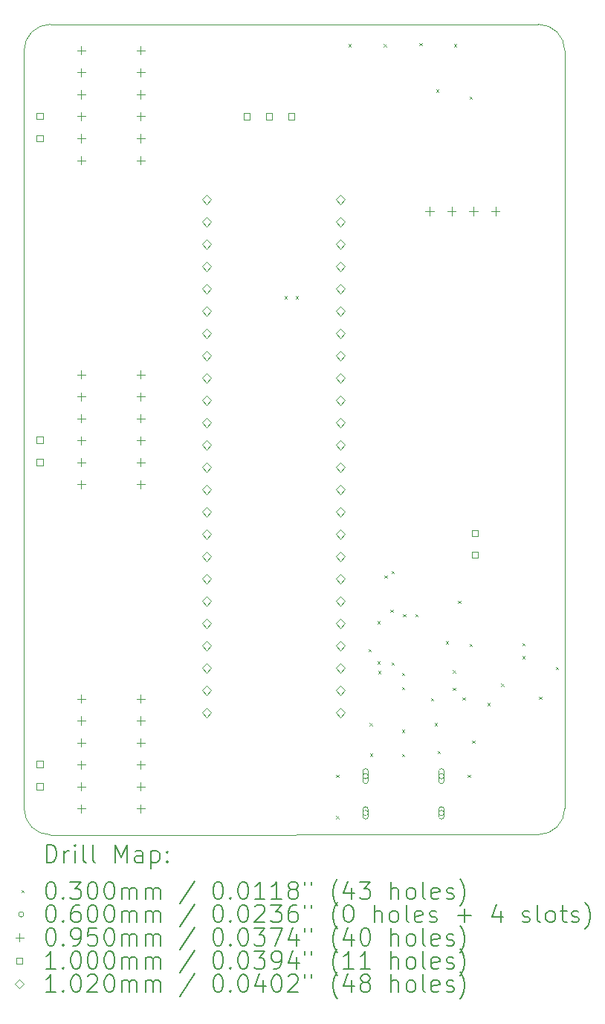
<source format=gbr>
%TF.GenerationSoftware,KiCad,Pcbnew,8.0.8*%
%TF.CreationDate,2025-03-10T12:23:58-04:00*%
%TF.ProjectId,ground-receiver,67726f75-6e64-42d7-9265-636569766572,rev?*%
%TF.SameCoordinates,Original*%
%TF.FileFunction,Drillmap*%
%TF.FilePolarity,Positive*%
%FSLAX45Y45*%
G04 Gerber Fmt 4.5, Leading zero omitted, Abs format (unit mm)*
G04 Created by KiCad (PCBNEW 8.0.8) date 2025-03-10 12:23:58*
%MOMM*%
%LPD*%
G01*
G04 APERTURE LIST*
%ADD10C,0.050000*%
%ADD11C,0.200000*%
%ADD12C,0.100000*%
%ADD13C,0.102000*%
G04 APERTURE END LIST*
D10*
X17250000Y-13317868D02*
G75*
G02*
X16950000Y-13617868I-300000J0D01*
G01*
X11090000Y-4692132D02*
G75*
G02*
X11390000Y-4392130I300000J2D01*
G01*
X17250000Y-13317869D02*
X17250000Y-4692132D01*
X11390000Y-13620000D02*
G75*
G02*
X11090000Y-13320000I0J300000D01*
G01*
X11390000Y-13620000D02*
X16950000Y-13617868D01*
X16950000Y-4392132D02*
X11390000Y-4392132D01*
X11090000Y-4692132D02*
X11090000Y-13320000D01*
X16950000Y-4392132D02*
G75*
G02*
X17249998Y-4692132I0J-299998D01*
G01*
D11*
D12*
X14055000Y-7485000D02*
X14085000Y-7515000D01*
X14085000Y-7485000D02*
X14055000Y-7515000D01*
X14184006Y-7485993D02*
X14214006Y-7515993D01*
X14214006Y-7485993D02*
X14184006Y-7515993D01*
X14645000Y-12935000D02*
X14675000Y-12965000D01*
X14675000Y-12935000D02*
X14645000Y-12965000D01*
X14645000Y-13405000D02*
X14675000Y-13435000D01*
X14675000Y-13405000D02*
X14645000Y-13435000D01*
X14785000Y-4615000D02*
X14815000Y-4645000D01*
X14815000Y-4615000D02*
X14785000Y-4645000D01*
X15015000Y-11505000D02*
X15045000Y-11535000D01*
X15045000Y-11505000D02*
X15015000Y-11535000D01*
X15025000Y-12345000D02*
X15055000Y-12375000D01*
X15055000Y-12345000D02*
X15025000Y-12375000D01*
X15030000Y-12695000D02*
X15060000Y-12725000D01*
X15060000Y-12695000D02*
X15030000Y-12725000D01*
X15115000Y-11185000D02*
X15145000Y-11215000D01*
X15145000Y-11185000D02*
X15115000Y-11215000D01*
X15115000Y-11645000D02*
X15145000Y-11675000D01*
X15145000Y-11645000D02*
X15115000Y-11675000D01*
X15125000Y-11755000D02*
X15155000Y-11785000D01*
X15155000Y-11755000D02*
X15125000Y-11785000D01*
X15185000Y-4615000D02*
X15215000Y-4645000D01*
X15215000Y-4615000D02*
X15185000Y-4645000D01*
X15195000Y-10665000D02*
X15225000Y-10695000D01*
X15225000Y-10665000D02*
X15195000Y-10695000D01*
X15265000Y-11055000D02*
X15295000Y-11085000D01*
X15295000Y-11055000D02*
X15265000Y-11085000D01*
X15275000Y-10615000D02*
X15305000Y-10645000D01*
X15305000Y-10615000D02*
X15275000Y-10645000D01*
X15275000Y-11655000D02*
X15305000Y-11685000D01*
X15305000Y-11655000D02*
X15275000Y-11685000D01*
X15395000Y-12698878D02*
X15425000Y-12728878D01*
X15425000Y-12698878D02*
X15395000Y-12728878D01*
X15395000Y-11775000D02*
X15425000Y-11805000D01*
X15425000Y-11775000D02*
X15395000Y-11805000D01*
X15395000Y-11935000D02*
X15425000Y-11965000D01*
X15425000Y-11935000D02*
X15395000Y-11965000D01*
X15395000Y-12425000D02*
X15425000Y-12455000D01*
X15425000Y-12425000D02*
X15395000Y-12455000D01*
X15405000Y-11105000D02*
X15435000Y-11135000D01*
X15435000Y-11105000D02*
X15405000Y-11135000D01*
X15545000Y-11105000D02*
X15575000Y-11135000D01*
X15575000Y-11105000D02*
X15545000Y-11135000D01*
X15595000Y-4605000D02*
X15625000Y-4635000D01*
X15625000Y-4605000D02*
X15595000Y-4635000D01*
X15724520Y-12065000D02*
X15754520Y-12095000D01*
X15754520Y-12065000D02*
X15724520Y-12095000D01*
X15765000Y-12345000D02*
X15795000Y-12375000D01*
X15795000Y-12345000D02*
X15765000Y-12375000D01*
X15785000Y-5135000D02*
X15815000Y-5165000D01*
X15815000Y-5135000D02*
X15785000Y-5165000D01*
X15799000Y-12665000D02*
X15829000Y-12695000D01*
X15829000Y-12665000D02*
X15799000Y-12695000D01*
X15895000Y-11415000D02*
X15925000Y-11445000D01*
X15925000Y-11415000D02*
X15895000Y-11445000D01*
X15975000Y-11745000D02*
X16005000Y-11775000D01*
X16005000Y-11745000D02*
X15975000Y-11775000D01*
X15975000Y-11945000D02*
X16005000Y-11975000D01*
X16005000Y-11945000D02*
X15975000Y-11975000D01*
X15987380Y-4617380D02*
X16017380Y-4647380D01*
X16017380Y-4617380D02*
X15987380Y-4647380D01*
X16035000Y-10955000D02*
X16065000Y-10985000D01*
X16065000Y-10955000D02*
X16035000Y-10985000D01*
X16086250Y-12056250D02*
X16116250Y-12086250D01*
X16116250Y-12056250D02*
X16086250Y-12086250D01*
X16145000Y-12935000D02*
X16175000Y-12965000D01*
X16175000Y-12935000D02*
X16145000Y-12965000D01*
X16165000Y-5215000D02*
X16195000Y-5245000D01*
X16195000Y-5215000D02*
X16165000Y-5245000D01*
X16166250Y-11446250D02*
X16196250Y-11476250D01*
X16196250Y-11446250D02*
X16166250Y-11476250D01*
X16195000Y-12545000D02*
X16225000Y-12575000D01*
X16225000Y-12545000D02*
X16195000Y-12575000D01*
X16366250Y-12116250D02*
X16396250Y-12146250D01*
X16396250Y-12116250D02*
X16366250Y-12146250D01*
X16526250Y-11896250D02*
X16556250Y-11926250D01*
X16556250Y-11896250D02*
X16526250Y-11926250D01*
X16766250Y-11436250D02*
X16796250Y-11466250D01*
X16796250Y-11436250D02*
X16766250Y-11466250D01*
X16766250Y-11586250D02*
X16796250Y-11616250D01*
X16796250Y-11586250D02*
X16766250Y-11616250D01*
X16956250Y-12046250D02*
X16986250Y-12076250D01*
X16986250Y-12046250D02*
X16956250Y-12076250D01*
X17146250Y-11706250D02*
X17176250Y-11736250D01*
X17176250Y-11706250D02*
X17146250Y-11736250D01*
X15010000Y-12952000D02*
G75*
G02*
X14950000Y-12952000I-30000J0D01*
G01*
X14950000Y-12952000D02*
G75*
G02*
X15010000Y-12952000I30000J0D01*
G01*
X14950000Y-12897000D02*
X14950000Y-13007000D01*
X15010000Y-13007000D02*
G75*
G02*
X14950000Y-13007000I-30000J0D01*
G01*
X15010000Y-13007000D02*
X15010000Y-12897000D01*
X15010000Y-12897000D02*
G75*
G03*
X14950000Y-12897000I-30000J0D01*
G01*
X15010000Y-13370000D02*
G75*
G02*
X14950000Y-13370000I-30000J0D01*
G01*
X14950000Y-13370000D02*
G75*
G02*
X15010000Y-13370000I30000J0D01*
G01*
X14950000Y-13330000D02*
X14950000Y-13410000D01*
X15010000Y-13410000D02*
G75*
G02*
X14950000Y-13410000I-30000J0D01*
G01*
X15010000Y-13410000D02*
X15010000Y-13330000D01*
X15010000Y-13330000D02*
G75*
G03*
X14950000Y-13330000I-30000J0D01*
G01*
X15874000Y-12952000D02*
G75*
G02*
X15814000Y-12952000I-30000J0D01*
G01*
X15814000Y-12952000D02*
G75*
G02*
X15874000Y-12952000I30000J0D01*
G01*
X15814000Y-12897000D02*
X15814000Y-13007000D01*
X15874000Y-13007000D02*
G75*
G02*
X15814000Y-13007000I-30000J0D01*
G01*
X15874000Y-13007000D02*
X15874000Y-12897000D01*
X15874000Y-12897000D02*
G75*
G03*
X15814000Y-12897000I-30000J0D01*
G01*
X15874000Y-13370000D02*
G75*
G02*
X15814000Y-13370000I-30000J0D01*
G01*
X15814000Y-13370000D02*
G75*
G02*
X15874000Y-13370000I30000J0D01*
G01*
X15814000Y-13330000D02*
X15814000Y-13410000D01*
X15874000Y-13410000D02*
G75*
G02*
X15814000Y-13410000I-30000J0D01*
G01*
X15874000Y-13410000D02*
X15874000Y-13330000D01*
X15874000Y-13330000D02*
G75*
G03*
X15814000Y-13330000I-30000J0D01*
G01*
X11740000Y-4642500D02*
X11740000Y-4737500D01*
X11692500Y-4690000D02*
X11787500Y-4690000D01*
X11740000Y-4892500D02*
X11740000Y-4987500D01*
X11692500Y-4940000D02*
X11787500Y-4940000D01*
X11740000Y-5142500D02*
X11740000Y-5237500D01*
X11692500Y-5190000D02*
X11787500Y-5190000D01*
X11740000Y-5392500D02*
X11740000Y-5487500D01*
X11692500Y-5440000D02*
X11787500Y-5440000D01*
X11740000Y-5642500D02*
X11740000Y-5737500D01*
X11692500Y-5690000D02*
X11787500Y-5690000D01*
X11740000Y-5892500D02*
X11740000Y-5987500D01*
X11692500Y-5940000D02*
X11787500Y-5940000D01*
X11740000Y-8332500D02*
X11740000Y-8427500D01*
X11692500Y-8380000D02*
X11787500Y-8380000D01*
X11740000Y-8582500D02*
X11740000Y-8677500D01*
X11692500Y-8630000D02*
X11787500Y-8630000D01*
X11740000Y-8832500D02*
X11740000Y-8927500D01*
X11692500Y-8880000D02*
X11787500Y-8880000D01*
X11740000Y-9082500D02*
X11740000Y-9177500D01*
X11692500Y-9130000D02*
X11787500Y-9130000D01*
X11740000Y-9332500D02*
X11740000Y-9427500D01*
X11692500Y-9380000D02*
X11787500Y-9380000D01*
X11740000Y-9582500D02*
X11740000Y-9677500D01*
X11692500Y-9630000D02*
X11787500Y-9630000D01*
X11740000Y-12022500D02*
X11740000Y-12117500D01*
X11692500Y-12070000D02*
X11787500Y-12070000D01*
X11740000Y-12272500D02*
X11740000Y-12367500D01*
X11692500Y-12320000D02*
X11787500Y-12320000D01*
X11740000Y-12522500D02*
X11740000Y-12617500D01*
X11692500Y-12570000D02*
X11787500Y-12570000D01*
X11740000Y-12772500D02*
X11740000Y-12867500D01*
X11692500Y-12820000D02*
X11787500Y-12820000D01*
X11740000Y-13022500D02*
X11740000Y-13117500D01*
X11692500Y-13070000D02*
X11787500Y-13070000D01*
X11740000Y-13272500D02*
X11740000Y-13367500D01*
X11692500Y-13320000D02*
X11787500Y-13320000D01*
X12417500Y-4642500D02*
X12417500Y-4737500D01*
X12370000Y-4690000D02*
X12465000Y-4690000D01*
X12417500Y-4892500D02*
X12417500Y-4987500D01*
X12370000Y-4940000D02*
X12465000Y-4940000D01*
X12417500Y-5142500D02*
X12417500Y-5237500D01*
X12370000Y-5190000D02*
X12465000Y-5190000D01*
X12417500Y-5392500D02*
X12417500Y-5487500D01*
X12370000Y-5440000D02*
X12465000Y-5440000D01*
X12417500Y-5642500D02*
X12417500Y-5737500D01*
X12370000Y-5690000D02*
X12465000Y-5690000D01*
X12417500Y-5892500D02*
X12417500Y-5987500D01*
X12370000Y-5940000D02*
X12465000Y-5940000D01*
X12420000Y-8332500D02*
X12420000Y-8427500D01*
X12372500Y-8380000D02*
X12467500Y-8380000D01*
X12420000Y-8582500D02*
X12420000Y-8677500D01*
X12372500Y-8630000D02*
X12467500Y-8630000D01*
X12420000Y-8832500D02*
X12420000Y-8927500D01*
X12372500Y-8880000D02*
X12467500Y-8880000D01*
X12420000Y-9082500D02*
X12420000Y-9177500D01*
X12372500Y-9130000D02*
X12467500Y-9130000D01*
X12420000Y-9332500D02*
X12420000Y-9427500D01*
X12372500Y-9380000D02*
X12467500Y-9380000D01*
X12420000Y-9582500D02*
X12420000Y-9677500D01*
X12372500Y-9630000D02*
X12467500Y-9630000D01*
X12420000Y-12022500D02*
X12420000Y-12117500D01*
X12372500Y-12070000D02*
X12467500Y-12070000D01*
X12420000Y-12272500D02*
X12420000Y-12367500D01*
X12372500Y-12320000D02*
X12467500Y-12320000D01*
X12420000Y-12522500D02*
X12420000Y-12617500D01*
X12372500Y-12570000D02*
X12467500Y-12570000D01*
X12420000Y-12772500D02*
X12420000Y-12867500D01*
X12372500Y-12820000D02*
X12467500Y-12820000D01*
X12420000Y-13022500D02*
X12420000Y-13117500D01*
X12372500Y-13070000D02*
X12467500Y-13070000D01*
X12420000Y-13272500D02*
X12420000Y-13367500D01*
X12372500Y-13320000D02*
X12467500Y-13320000D01*
X15710000Y-6472500D02*
X15710000Y-6567500D01*
X15662500Y-6520000D02*
X15757500Y-6520000D01*
X15960000Y-6472500D02*
X15960000Y-6567500D01*
X15912500Y-6520000D02*
X16007500Y-6520000D01*
X16210000Y-6472500D02*
X16210000Y-6567500D01*
X16162500Y-6520000D02*
X16257500Y-6520000D01*
X16460000Y-6472500D02*
X16460000Y-6567500D01*
X16412500Y-6520000D02*
X16507500Y-6520000D01*
X11305356Y-5471356D02*
X11305356Y-5400644D01*
X11234644Y-5400644D01*
X11234644Y-5471356D01*
X11305356Y-5471356D01*
X11305356Y-5725356D02*
X11305356Y-5654644D01*
X11234644Y-5654644D01*
X11234644Y-5725356D01*
X11305356Y-5725356D01*
X11305356Y-9158856D02*
X11305356Y-9088144D01*
X11234644Y-9088144D01*
X11234644Y-9158856D01*
X11305356Y-9158856D01*
X11305356Y-9412856D02*
X11305356Y-9342144D01*
X11234644Y-9342144D01*
X11234644Y-9412856D01*
X11305356Y-9412856D01*
X11305356Y-12851356D02*
X11305356Y-12780644D01*
X11234644Y-12780644D01*
X11234644Y-12851356D01*
X11305356Y-12851356D01*
X11305356Y-13105356D02*
X11305356Y-13034644D01*
X11234644Y-13034644D01*
X11234644Y-13105356D01*
X11305356Y-13105356D01*
X13661356Y-5475356D02*
X13661356Y-5404644D01*
X13590644Y-5404644D01*
X13590644Y-5475356D01*
X13661356Y-5475356D01*
X13915356Y-5475356D02*
X13915356Y-5404644D01*
X13844644Y-5404644D01*
X13844644Y-5475356D01*
X13915356Y-5475356D01*
X14169356Y-5475356D02*
X14169356Y-5404644D01*
X14098644Y-5404644D01*
X14098644Y-5475356D01*
X14169356Y-5475356D01*
X16260356Y-10218869D02*
X16260356Y-10148157D01*
X16189644Y-10148157D01*
X16189644Y-10218869D01*
X16260356Y-10218869D01*
X16260356Y-10468869D02*
X16260356Y-10398157D01*
X16189644Y-10398157D01*
X16189644Y-10468869D01*
X16260356Y-10468869D01*
D13*
X13168000Y-6439500D02*
X13219000Y-6388500D01*
X13168000Y-6337500D01*
X13117000Y-6388500D01*
X13168000Y-6439500D01*
X13168000Y-6693500D02*
X13219000Y-6642500D01*
X13168000Y-6591500D01*
X13117000Y-6642500D01*
X13168000Y-6693500D01*
X13168000Y-6947500D02*
X13219000Y-6896500D01*
X13168000Y-6845500D01*
X13117000Y-6896500D01*
X13168000Y-6947500D01*
X13168000Y-7201500D02*
X13219000Y-7150500D01*
X13168000Y-7099500D01*
X13117000Y-7150500D01*
X13168000Y-7201500D01*
X13168000Y-7455500D02*
X13219000Y-7404500D01*
X13168000Y-7353500D01*
X13117000Y-7404500D01*
X13168000Y-7455500D01*
X13168000Y-7709500D02*
X13219000Y-7658500D01*
X13168000Y-7607500D01*
X13117000Y-7658500D01*
X13168000Y-7709500D01*
X13168000Y-7963500D02*
X13219000Y-7912500D01*
X13168000Y-7861500D01*
X13117000Y-7912500D01*
X13168000Y-7963500D01*
X13168000Y-8217500D02*
X13219000Y-8166500D01*
X13168000Y-8115500D01*
X13117000Y-8166500D01*
X13168000Y-8217500D01*
X13168000Y-8471500D02*
X13219000Y-8420500D01*
X13168000Y-8369500D01*
X13117000Y-8420500D01*
X13168000Y-8471500D01*
X13168000Y-8725500D02*
X13219000Y-8674500D01*
X13168000Y-8623500D01*
X13117000Y-8674500D01*
X13168000Y-8725500D01*
X13168000Y-8979500D02*
X13219000Y-8928500D01*
X13168000Y-8877500D01*
X13117000Y-8928500D01*
X13168000Y-8979500D01*
X13168000Y-9233500D02*
X13219000Y-9182500D01*
X13168000Y-9131500D01*
X13117000Y-9182500D01*
X13168000Y-9233500D01*
X13168000Y-9487500D02*
X13219000Y-9436500D01*
X13168000Y-9385500D01*
X13117000Y-9436500D01*
X13168000Y-9487500D01*
X13168000Y-9741500D02*
X13219000Y-9690500D01*
X13168000Y-9639500D01*
X13117000Y-9690500D01*
X13168000Y-9741500D01*
X13168000Y-9995500D02*
X13219000Y-9944500D01*
X13168000Y-9893500D01*
X13117000Y-9944500D01*
X13168000Y-9995500D01*
X13168000Y-10249500D02*
X13219000Y-10198500D01*
X13168000Y-10147500D01*
X13117000Y-10198500D01*
X13168000Y-10249500D01*
X13168000Y-10503500D02*
X13219000Y-10452500D01*
X13168000Y-10401500D01*
X13117000Y-10452500D01*
X13168000Y-10503500D01*
X13168000Y-10757500D02*
X13219000Y-10706500D01*
X13168000Y-10655500D01*
X13117000Y-10706500D01*
X13168000Y-10757500D01*
X13168000Y-11011500D02*
X13219000Y-10960500D01*
X13168000Y-10909500D01*
X13117000Y-10960500D01*
X13168000Y-11011500D01*
X13168000Y-11265500D02*
X13219000Y-11214500D01*
X13168000Y-11163500D01*
X13117000Y-11214500D01*
X13168000Y-11265500D01*
X13168000Y-11519500D02*
X13219000Y-11468500D01*
X13168000Y-11417500D01*
X13117000Y-11468500D01*
X13168000Y-11519500D01*
X13168000Y-11773500D02*
X13219000Y-11722500D01*
X13168000Y-11671500D01*
X13117000Y-11722500D01*
X13168000Y-11773500D01*
X13168000Y-12027500D02*
X13219000Y-11976500D01*
X13168000Y-11925500D01*
X13117000Y-11976500D01*
X13168000Y-12027500D01*
X13168000Y-12281500D02*
X13219000Y-12230500D01*
X13168000Y-12179500D01*
X13117000Y-12230500D01*
X13168000Y-12281500D01*
X14692000Y-6439500D02*
X14743000Y-6388500D01*
X14692000Y-6337500D01*
X14641000Y-6388500D01*
X14692000Y-6439500D01*
X14692000Y-6693500D02*
X14743000Y-6642500D01*
X14692000Y-6591500D01*
X14641000Y-6642500D01*
X14692000Y-6693500D01*
X14692000Y-6947500D02*
X14743000Y-6896500D01*
X14692000Y-6845500D01*
X14641000Y-6896500D01*
X14692000Y-6947500D01*
X14692000Y-7201500D02*
X14743000Y-7150500D01*
X14692000Y-7099500D01*
X14641000Y-7150500D01*
X14692000Y-7201500D01*
X14692000Y-7455500D02*
X14743000Y-7404500D01*
X14692000Y-7353500D01*
X14641000Y-7404500D01*
X14692000Y-7455500D01*
X14692000Y-7709500D02*
X14743000Y-7658500D01*
X14692000Y-7607500D01*
X14641000Y-7658500D01*
X14692000Y-7709500D01*
X14692000Y-7963500D02*
X14743000Y-7912500D01*
X14692000Y-7861500D01*
X14641000Y-7912500D01*
X14692000Y-7963500D01*
X14692000Y-8217500D02*
X14743000Y-8166500D01*
X14692000Y-8115500D01*
X14641000Y-8166500D01*
X14692000Y-8217500D01*
X14692000Y-8471500D02*
X14743000Y-8420500D01*
X14692000Y-8369500D01*
X14641000Y-8420500D01*
X14692000Y-8471500D01*
X14692000Y-8725500D02*
X14743000Y-8674500D01*
X14692000Y-8623500D01*
X14641000Y-8674500D01*
X14692000Y-8725500D01*
X14692000Y-8979500D02*
X14743000Y-8928500D01*
X14692000Y-8877500D01*
X14641000Y-8928500D01*
X14692000Y-8979500D01*
X14692000Y-9233500D02*
X14743000Y-9182500D01*
X14692000Y-9131500D01*
X14641000Y-9182500D01*
X14692000Y-9233500D01*
X14692000Y-9487500D02*
X14743000Y-9436500D01*
X14692000Y-9385500D01*
X14641000Y-9436500D01*
X14692000Y-9487500D01*
X14692000Y-9741500D02*
X14743000Y-9690500D01*
X14692000Y-9639500D01*
X14641000Y-9690500D01*
X14692000Y-9741500D01*
X14692000Y-9995500D02*
X14743000Y-9944500D01*
X14692000Y-9893500D01*
X14641000Y-9944500D01*
X14692000Y-9995500D01*
X14692000Y-10249500D02*
X14743000Y-10198500D01*
X14692000Y-10147500D01*
X14641000Y-10198500D01*
X14692000Y-10249500D01*
X14692000Y-10503500D02*
X14743000Y-10452500D01*
X14692000Y-10401500D01*
X14641000Y-10452500D01*
X14692000Y-10503500D01*
X14692000Y-10757500D02*
X14743000Y-10706500D01*
X14692000Y-10655500D01*
X14641000Y-10706500D01*
X14692000Y-10757500D01*
X14692000Y-11011500D02*
X14743000Y-10960500D01*
X14692000Y-10909500D01*
X14641000Y-10960500D01*
X14692000Y-11011500D01*
X14692000Y-11265500D02*
X14743000Y-11214500D01*
X14692000Y-11163500D01*
X14641000Y-11214500D01*
X14692000Y-11265500D01*
X14692000Y-11519500D02*
X14743000Y-11468500D01*
X14692000Y-11417500D01*
X14641000Y-11468500D01*
X14692000Y-11519500D01*
X14692000Y-11773500D02*
X14743000Y-11722500D01*
X14692000Y-11671500D01*
X14641000Y-11722500D01*
X14692000Y-11773500D01*
X14692000Y-12027500D02*
X14743000Y-11976500D01*
X14692000Y-11925500D01*
X14641000Y-11976500D01*
X14692000Y-12027500D01*
X14692000Y-12281500D02*
X14743000Y-12230500D01*
X14692000Y-12179500D01*
X14641000Y-12230500D01*
X14692000Y-12281500D01*
D11*
X11348277Y-13933984D02*
X11348277Y-13733984D01*
X11348277Y-13733984D02*
X11395896Y-13733984D01*
X11395896Y-13733984D02*
X11424467Y-13743508D01*
X11424467Y-13743508D02*
X11443515Y-13762555D01*
X11443515Y-13762555D02*
X11453039Y-13781603D01*
X11453039Y-13781603D02*
X11462562Y-13819698D01*
X11462562Y-13819698D02*
X11462562Y-13848269D01*
X11462562Y-13848269D02*
X11453039Y-13886365D01*
X11453039Y-13886365D02*
X11443515Y-13905412D01*
X11443515Y-13905412D02*
X11424467Y-13924460D01*
X11424467Y-13924460D02*
X11395896Y-13933984D01*
X11395896Y-13933984D02*
X11348277Y-13933984D01*
X11548277Y-13933984D02*
X11548277Y-13800650D01*
X11548277Y-13838746D02*
X11557800Y-13819698D01*
X11557800Y-13819698D02*
X11567324Y-13810174D01*
X11567324Y-13810174D02*
X11586372Y-13800650D01*
X11586372Y-13800650D02*
X11605420Y-13800650D01*
X11672086Y-13933984D02*
X11672086Y-13800650D01*
X11672086Y-13733984D02*
X11662562Y-13743508D01*
X11662562Y-13743508D02*
X11672086Y-13753031D01*
X11672086Y-13753031D02*
X11681610Y-13743508D01*
X11681610Y-13743508D02*
X11672086Y-13733984D01*
X11672086Y-13733984D02*
X11672086Y-13753031D01*
X11795896Y-13933984D02*
X11776848Y-13924460D01*
X11776848Y-13924460D02*
X11767324Y-13905412D01*
X11767324Y-13905412D02*
X11767324Y-13733984D01*
X11900658Y-13933984D02*
X11881610Y-13924460D01*
X11881610Y-13924460D02*
X11872086Y-13905412D01*
X11872086Y-13905412D02*
X11872086Y-13733984D01*
X12129229Y-13933984D02*
X12129229Y-13733984D01*
X12129229Y-13733984D02*
X12195896Y-13876841D01*
X12195896Y-13876841D02*
X12262562Y-13733984D01*
X12262562Y-13733984D02*
X12262562Y-13933984D01*
X12443515Y-13933984D02*
X12443515Y-13829222D01*
X12443515Y-13829222D02*
X12433991Y-13810174D01*
X12433991Y-13810174D02*
X12414943Y-13800650D01*
X12414943Y-13800650D02*
X12376848Y-13800650D01*
X12376848Y-13800650D02*
X12357800Y-13810174D01*
X12443515Y-13924460D02*
X12424467Y-13933984D01*
X12424467Y-13933984D02*
X12376848Y-13933984D01*
X12376848Y-13933984D02*
X12357800Y-13924460D01*
X12357800Y-13924460D02*
X12348277Y-13905412D01*
X12348277Y-13905412D02*
X12348277Y-13886365D01*
X12348277Y-13886365D02*
X12357800Y-13867317D01*
X12357800Y-13867317D02*
X12376848Y-13857793D01*
X12376848Y-13857793D02*
X12424467Y-13857793D01*
X12424467Y-13857793D02*
X12443515Y-13848269D01*
X12538753Y-13800650D02*
X12538753Y-14000650D01*
X12538753Y-13810174D02*
X12557800Y-13800650D01*
X12557800Y-13800650D02*
X12595896Y-13800650D01*
X12595896Y-13800650D02*
X12614943Y-13810174D01*
X12614943Y-13810174D02*
X12624467Y-13819698D01*
X12624467Y-13819698D02*
X12633991Y-13838746D01*
X12633991Y-13838746D02*
X12633991Y-13895888D01*
X12633991Y-13895888D02*
X12624467Y-13914936D01*
X12624467Y-13914936D02*
X12614943Y-13924460D01*
X12614943Y-13924460D02*
X12595896Y-13933984D01*
X12595896Y-13933984D02*
X12557800Y-13933984D01*
X12557800Y-13933984D02*
X12538753Y-13924460D01*
X12719705Y-13914936D02*
X12729229Y-13924460D01*
X12729229Y-13924460D02*
X12719705Y-13933984D01*
X12719705Y-13933984D02*
X12710181Y-13924460D01*
X12710181Y-13924460D02*
X12719705Y-13914936D01*
X12719705Y-13914936D02*
X12719705Y-13933984D01*
X12719705Y-13810174D02*
X12729229Y-13819698D01*
X12729229Y-13819698D02*
X12719705Y-13829222D01*
X12719705Y-13829222D02*
X12710181Y-13819698D01*
X12710181Y-13819698D02*
X12719705Y-13810174D01*
X12719705Y-13810174D02*
X12719705Y-13829222D01*
D12*
X11057500Y-14247500D02*
X11087500Y-14277500D01*
X11087500Y-14247500D02*
X11057500Y-14277500D01*
D11*
X11386372Y-14153984D02*
X11405420Y-14153984D01*
X11405420Y-14153984D02*
X11424467Y-14163508D01*
X11424467Y-14163508D02*
X11433991Y-14173031D01*
X11433991Y-14173031D02*
X11443515Y-14192079D01*
X11443515Y-14192079D02*
X11453039Y-14230174D01*
X11453039Y-14230174D02*
X11453039Y-14277793D01*
X11453039Y-14277793D02*
X11443515Y-14315888D01*
X11443515Y-14315888D02*
X11433991Y-14334936D01*
X11433991Y-14334936D02*
X11424467Y-14344460D01*
X11424467Y-14344460D02*
X11405420Y-14353984D01*
X11405420Y-14353984D02*
X11386372Y-14353984D01*
X11386372Y-14353984D02*
X11367324Y-14344460D01*
X11367324Y-14344460D02*
X11357800Y-14334936D01*
X11357800Y-14334936D02*
X11348277Y-14315888D01*
X11348277Y-14315888D02*
X11338753Y-14277793D01*
X11338753Y-14277793D02*
X11338753Y-14230174D01*
X11338753Y-14230174D02*
X11348277Y-14192079D01*
X11348277Y-14192079D02*
X11357800Y-14173031D01*
X11357800Y-14173031D02*
X11367324Y-14163508D01*
X11367324Y-14163508D02*
X11386372Y-14153984D01*
X11538753Y-14334936D02*
X11548277Y-14344460D01*
X11548277Y-14344460D02*
X11538753Y-14353984D01*
X11538753Y-14353984D02*
X11529229Y-14344460D01*
X11529229Y-14344460D02*
X11538753Y-14334936D01*
X11538753Y-14334936D02*
X11538753Y-14353984D01*
X11614943Y-14153984D02*
X11738753Y-14153984D01*
X11738753Y-14153984D02*
X11672086Y-14230174D01*
X11672086Y-14230174D02*
X11700658Y-14230174D01*
X11700658Y-14230174D02*
X11719705Y-14239698D01*
X11719705Y-14239698D02*
X11729229Y-14249222D01*
X11729229Y-14249222D02*
X11738753Y-14268269D01*
X11738753Y-14268269D02*
X11738753Y-14315888D01*
X11738753Y-14315888D02*
X11729229Y-14334936D01*
X11729229Y-14334936D02*
X11719705Y-14344460D01*
X11719705Y-14344460D02*
X11700658Y-14353984D01*
X11700658Y-14353984D02*
X11643515Y-14353984D01*
X11643515Y-14353984D02*
X11624467Y-14344460D01*
X11624467Y-14344460D02*
X11614943Y-14334936D01*
X11862562Y-14153984D02*
X11881610Y-14153984D01*
X11881610Y-14153984D02*
X11900658Y-14163508D01*
X11900658Y-14163508D02*
X11910181Y-14173031D01*
X11910181Y-14173031D02*
X11919705Y-14192079D01*
X11919705Y-14192079D02*
X11929229Y-14230174D01*
X11929229Y-14230174D02*
X11929229Y-14277793D01*
X11929229Y-14277793D02*
X11919705Y-14315888D01*
X11919705Y-14315888D02*
X11910181Y-14334936D01*
X11910181Y-14334936D02*
X11900658Y-14344460D01*
X11900658Y-14344460D02*
X11881610Y-14353984D01*
X11881610Y-14353984D02*
X11862562Y-14353984D01*
X11862562Y-14353984D02*
X11843515Y-14344460D01*
X11843515Y-14344460D02*
X11833991Y-14334936D01*
X11833991Y-14334936D02*
X11824467Y-14315888D01*
X11824467Y-14315888D02*
X11814943Y-14277793D01*
X11814943Y-14277793D02*
X11814943Y-14230174D01*
X11814943Y-14230174D02*
X11824467Y-14192079D01*
X11824467Y-14192079D02*
X11833991Y-14173031D01*
X11833991Y-14173031D02*
X11843515Y-14163508D01*
X11843515Y-14163508D02*
X11862562Y-14153984D01*
X12053039Y-14153984D02*
X12072086Y-14153984D01*
X12072086Y-14153984D02*
X12091134Y-14163508D01*
X12091134Y-14163508D02*
X12100658Y-14173031D01*
X12100658Y-14173031D02*
X12110181Y-14192079D01*
X12110181Y-14192079D02*
X12119705Y-14230174D01*
X12119705Y-14230174D02*
X12119705Y-14277793D01*
X12119705Y-14277793D02*
X12110181Y-14315888D01*
X12110181Y-14315888D02*
X12100658Y-14334936D01*
X12100658Y-14334936D02*
X12091134Y-14344460D01*
X12091134Y-14344460D02*
X12072086Y-14353984D01*
X12072086Y-14353984D02*
X12053039Y-14353984D01*
X12053039Y-14353984D02*
X12033991Y-14344460D01*
X12033991Y-14344460D02*
X12024467Y-14334936D01*
X12024467Y-14334936D02*
X12014943Y-14315888D01*
X12014943Y-14315888D02*
X12005420Y-14277793D01*
X12005420Y-14277793D02*
X12005420Y-14230174D01*
X12005420Y-14230174D02*
X12014943Y-14192079D01*
X12014943Y-14192079D02*
X12024467Y-14173031D01*
X12024467Y-14173031D02*
X12033991Y-14163508D01*
X12033991Y-14163508D02*
X12053039Y-14153984D01*
X12205420Y-14353984D02*
X12205420Y-14220650D01*
X12205420Y-14239698D02*
X12214943Y-14230174D01*
X12214943Y-14230174D02*
X12233991Y-14220650D01*
X12233991Y-14220650D02*
X12262562Y-14220650D01*
X12262562Y-14220650D02*
X12281610Y-14230174D01*
X12281610Y-14230174D02*
X12291134Y-14249222D01*
X12291134Y-14249222D02*
X12291134Y-14353984D01*
X12291134Y-14249222D02*
X12300658Y-14230174D01*
X12300658Y-14230174D02*
X12319705Y-14220650D01*
X12319705Y-14220650D02*
X12348277Y-14220650D01*
X12348277Y-14220650D02*
X12367324Y-14230174D01*
X12367324Y-14230174D02*
X12376848Y-14249222D01*
X12376848Y-14249222D02*
X12376848Y-14353984D01*
X12472086Y-14353984D02*
X12472086Y-14220650D01*
X12472086Y-14239698D02*
X12481610Y-14230174D01*
X12481610Y-14230174D02*
X12500658Y-14220650D01*
X12500658Y-14220650D02*
X12529229Y-14220650D01*
X12529229Y-14220650D02*
X12548277Y-14230174D01*
X12548277Y-14230174D02*
X12557801Y-14249222D01*
X12557801Y-14249222D02*
X12557801Y-14353984D01*
X12557801Y-14249222D02*
X12567324Y-14230174D01*
X12567324Y-14230174D02*
X12586372Y-14220650D01*
X12586372Y-14220650D02*
X12614943Y-14220650D01*
X12614943Y-14220650D02*
X12633991Y-14230174D01*
X12633991Y-14230174D02*
X12643515Y-14249222D01*
X12643515Y-14249222D02*
X12643515Y-14353984D01*
X13033991Y-14144460D02*
X12862563Y-14401603D01*
X13291134Y-14153984D02*
X13310182Y-14153984D01*
X13310182Y-14153984D02*
X13329229Y-14163508D01*
X13329229Y-14163508D02*
X13338753Y-14173031D01*
X13338753Y-14173031D02*
X13348277Y-14192079D01*
X13348277Y-14192079D02*
X13357801Y-14230174D01*
X13357801Y-14230174D02*
X13357801Y-14277793D01*
X13357801Y-14277793D02*
X13348277Y-14315888D01*
X13348277Y-14315888D02*
X13338753Y-14334936D01*
X13338753Y-14334936D02*
X13329229Y-14344460D01*
X13329229Y-14344460D02*
X13310182Y-14353984D01*
X13310182Y-14353984D02*
X13291134Y-14353984D01*
X13291134Y-14353984D02*
X13272086Y-14344460D01*
X13272086Y-14344460D02*
X13262563Y-14334936D01*
X13262563Y-14334936D02*
X13253039Y-14315888D01*
X13253039Y-14315888D02*
X13243515Y-14277793D01*
X13243515Y-14277793D02*
X13243515Y-14230174D01*
X13243515Y-14230174D02*
X13253039Y-14192079D01*
X13253039Y-14192079D02*
X13262563Y-14173031D01*
X13262563Y-14173031D02*
X13272086Y-14163508D01*
X13272086Y-14163508D02*
X13291134Y-14153984D01*
X13443515Y-14334936D02*
X13453039Y-14344460D01*
X13453039Y-14344460D02*
X13443515Y-14353984D01*
X13443515Y-14353984D02*
X13433991Y-14344460D01*
X13433991Y-14344460D02*
X13443515Y-14334936D01*
X13443515Y-14334936D02*
X13443515Y-14353984D01*
X13576848Y-14153984D02*
X13595896Y-14153984D01*
X13595896Y-14153984D02*
X13614944Y-14163508D01*
X13614944Y-14163508D02*
X13624467Y-14173031D01*
X13624467Y-14173031D02*
X13633991Y-14192079D01*
X13633991Y-14192079D02*
X13643515Y-14230174D01*
X13643515Y-14230174D02*
X13643515Y-14277793D01*
X13643515Y-14277793D02*
X13633991Y-14315888D01*
X13633991Y-14315888D02*
X13624467Y-14334936D01*
X13624467Y-14334936D02*
X13614944Y-14344460D01*
X13614944Y-14344460D02*
X13595896Y-14353984D01*
X13595896Y-14353984D02*
X13576848Y-14353984D01*
X13576848Y-14353984D02*
X13557801Y-14344460D01*
X13557801Y-14344460D02*
X13548277Y-14334936D01*
X13548277Y-14334936D02*
X13538753Y-14315888D01*
X13538753Y-14315888D02*
X13529229Y-14277793D01*
X13529229Y-14277793D02*
X13529229Y-14230174D01*
X13529229Y-14230174D02*
X13538753Y-14192079D01*
X13538753Y-14192079D02*
X13548277Y-14173031D01*
X13548277Y-14173031D02*
X13557801Y-14163508D01*
X13557801Y-14163508D02*
X13576848Y-14153984D01*
X13833991Y-14353984D02*
X13719705Y-14353984D01*
X13776848Y-14353984D02*
X13776848Y-14153984D01*
X13776848Y-14153984D02*
X13757801Y-14182555D01*
X13757801Y-14182555D02*
X13738753Y-14201603D01*
X13738753Y-14201603D02*
X13719705Y-14211127D01*
X14024467Y-14353984D02*
X13910182Y-14353984D01*
X13967324Y-14353984D02*
X13967324Y-14153984D01*
X13967324Y-14153984D02*
X13948277Y-14182555D01*
X13948277Y-14182555D02*
X13929229Y-14201603D01*
X13929229Y-14201603D02*
X13910182Y-14211127D01*
X14138753Y-14239698D02*
X14119705Y-14230174D01*
X14119705Y-14230174D02*
X14110182Y-14220650D01*
X14110182Y-14220650D02*
X14100658Y-14201603D01*
X14100658Y-14201603D02*
X14100658Y-14192079D01*
X14100658Y-14192079D02*
X14110182Y-14173031D01*
X14110182Y-14173031D02*
X14119705Y-14163508D01*
X14119705Y-14163508D02*
X14138753Y-14153984D01*
X14138753Y-14153984D02*
X14176848Y-14153984D01*
X14176848Y-14153984D02*
X14195896Y-14163508D01*
X14195896Y-14163508D02*
X14205420Y-14173031D01*
X14205420Y-14173031D02*
X14214944Y-14192079D01*
X14214944Y-14192079D02*
X14214944Y-14201603D01*
X14214944Y-14201603D02*
X14205420Y-14220650D01*
X14205420Y-14220650D02*
X14195896Y-14230174D01*
X14195896Y-14230174D02*
X14176848Y-14239698D01*
X14176848Y-14239698D02*
X14138753Y-14239698D01*
X14138753Y-14239698D02*
X14119705Y-14249222D01*
X14119705Y-14249222D02*
X14110182Y-14258746D01*
X14110182Y-14258746D02*
X14100658Y-14277793D01*
X14100658Y-14277793D02*
X14100658Y-14315888D01*
X14100658Y-14315888D02*
X14110182Y-14334936D01*
X14110182Y-14334936D02*
X14119705Y-14344460D01*
X14119705Y-14344460D02*
X14138753Y-14353984D01*
X14138753Y-14353984D02*
X14176848Y-14353984D01*
X14176848Y-14353984D02*
X14195896Y-14344460D01*
X14195896Y-14344460D02*
X14205420Y-14334936D01*
X14205420Y-14334936D02*
X14214944Y-14315888D01*
X14214944Y-14315888D02*
X14214944Y-14277793D01*
X14214944Y-14277793D02*
X14205420Y-14258746D01*
X14205420Y-14258746D02*
X14195896Y-14249222D01*
X14195896Y-14249222D02*
X14176848Y-14239698D01*
X14291134Y-14153984D02*
X14291134Y-14192079D01*
X14367325Y-14153984D02*
X14367325Y-14192079D01*
X14662563Y-14430174D02*
X14653039Y-14420650D01*
X14653039Y-14420650D02*
X14633991Y-14392079D01*
X14633991Y-14392079D02*
X14624467Y-14373031D01*
X14624467Y-14373031D02*
X14614944Y-14344460D01*
X14614944Y-14344460D02*
X14605420Y-14296841D01*
X14605420Y-14296841D02*
X14605420Y-14258746D01*
X14605420Y-14258746D02*
X14614944Y-14211127D01*
X14614944Y-14211127D02*
X14624467Y-14182555D01*
X14624467Y-14182555D02*
X14633991Y-14163508D01*
X14633991Y-14163508D02*
X14653039Y-14134936D01*
X14653039Y-14134936D02*
X14662563Y-14125412D01*
X14824467Y-14220650D02*
X14824467Y-14353984D01*
X14776848Y-14144460D02*
X14729229Y-14287317D01*
X14729229Y-14287317D02*
X14853039Y-14287317D01*
X14910182Y-14153984D02*
X15033991Y-14153984D01*
X15033991Y-14153984D02*
X14967325Y-14230174D01*
X14967325Y-14230174D02*
X14995896Y-14230174D01*
X14995896Y-14230174D02*
X15014944Y-14239698D01*
X15014944Y-14239698D02*
X15024467Y-14249222D01*
X15024467Y-14249222D02*
X15033991Y-14268269D01*
X15033991Y-14268269D02*
X15033991Y-14315888D01*
X15033991Y-14315888D02*
X15024467Y-14334936D01*
X15024467Y-14334936D02*
X15014944Y-14344460D01*
X15014944Y-14344460D02*
X14995896Y-14353984D01*
X14995896Y-14353984D02*
X14938753Y-14353984D01*
X14938753Y-14353984D02*
X14919706Y-14344460D01*
X14919706Y-14344460D02*
X14910182Y-14334936D01*
X15272087Y-14353984D02*
X15272087Y-14153984D01*
X15357801Y-14353984D02*
X15357801Y-14249222D01*
X15357801Y-14249222D02*
X15348277Y-14230174D01*
X15348277Y-14230174D02*
X15329229Y-14220650D01*
X15329229Y-14220650D02*
X15300658Y-14220650D01*
X15300658Y-14220650D02*
X15281610Y-14230174D01*
X15281610Y-14230174D02*
X15272087Y-14239698D01*
X15481610Y-14353984D02*
X15462563Y-14344460D01*
X15462563Y-14344460D02*
X15453039Y-14334936D01*
X15453039Y-14334936D02*
X15443515Y-14315888D01*
X15443515Y-14315888D02*
X15443515Y-14258746D01*
X15443515Y-14258746D02*
X15453039Y-14239698D01*
X15453039Y-14239698D02*
X15462563Y-14230174D01*
X15462563Y-14230174D02*
X15481610Y-14220650D01*
X15481610Y-14220650D02*
X15510182Y-14220650D01*
X15510182Y-14220650D02*
X15529229Y-14230174D01*
X15529229Y-14230174D02*
X15538753Y-14239698D01*
X15538753Y-14239698D02*
X15548277Y-14258746D01*
X15548277Y-14258746D02*
X15548277Y-14315888D01*
X15548277Y-14315888D02*
X15538753Y-14334936D01*
X15538753Y-14334936D02*
X15529229Y-14344460D01*
X15529229Y-14344460D02*
X15510182Y-14353984D01*
X15510182Y-14353984D02*
X15481610Y-14353984D01*
X15662563Y-14353984D02*
X15643515Y-14344460D01*
X15643515Y-14344460D02*
X15633991Y-14325412D01*
X15633991Y-14325412D02*
X15633991Y-14153984D01*
X15814944Y-14344460D02*
X15795896Y-14353984D01*
X15795896Y-14353984D02*
X15757801Y-14353984D01*
X15757801Y-14353984D02*
X15738753Y-14344460D01*
X15738753Y-14344460D02*
X15729229Y-14325412D01*
X15729229Y-14325412D02*
X15729229Y-14249222D01*
X15729229Y-14249222D02*
X15738753Y-14230174D01*
X15738753Y-14230174D02*
X15757801Y-14220650D01*
X15757801Y-14220650D02*
X15795896Y-14220650D01*
X15795896Y-14220650D02*
X15814944Y-14230174D01*
X15814944Y-14230174D02*
X15824468Y-14249222D01*
X15824468Y-14249222D02*
X15824468Y-14268269D01*
X15824468Y-14268269D02*
X15729229Y-14287317D01*
X15900658Y-14344460D02*
X15919706Y-14353984D01*
X15919706Y-14353984D02*
X15957801Y-14353984D01*
X15957801Y-14353984D02*
X15976849Y-14344460D01*
X15976849Y-14344460D02*
X15986372Y-14325412D01*
X15986372Y-14325412D02*
X15986372Y-14315888D01*
X15986372Y-14315888D02*
X15976849Y-14296841D01*
X15976849Y-14296841D02*
X15957801Y-14287317D01*
X15957801Y-14287317D02*
X15929229Y-14287317D01*
X15929229Y-14287317D02*
X15910182Y-14277793D01*
X15910182Y-14277793D02*
X15900658Y-14258746D01*
X15900658Y-14258746D02*
X15900658Y-14249222D01*
X15900658Y-14249222D02*
X15910182Y-14230174D01*
X15910182Y-14230174D02*
X15929229Y-14220650D01*
X15929229Y-14220650D02*
X15957801Y-14220650D01*
X15957801Y-14220650D02*
X15976849Y-14230174D01*
X16053039Y-14430174D02*
X16062563Y-14420650D01*
X16062563Y-14420650D02*
X16081610Y-14392079D01*
X16081610Y-14392079D02*
X16091134Y-14373031D01*
X16091134Y-14373031D02*
X16100658Y-14344460D01*
X16100658Y-14344460D02*
X16110182Y-14296841D01*
X16110182Y-14296841D02*
X16110182Y-14258746D01*
X16110182Y-14258746D02*
X16100658Y-14211127D01*
X16100658Y-14211127D02*
X16091134Y-14182555D01*
X16091134Y-14182555D02*
X16081610Y-14163508D01*
X16081610Y-14163508D02*
X16062563Y-14134936D01*
X16062563Y-14134936D02*
X16053039Y-14125412D01*
D12*
X11087500Y-14526500D02*
G75*
G02*
X11027500Y-14526500I-30000J0D01*
G01*
X11027500Y-14526500D02*
G75*
G02*
X11087500Y-14526500I30000J0D01*
G01*
D11*
X11386372Y-14417984D02*
X11405420Y-14417984D01*
X11405420Y-14417984D02*
X11424467Y-14427508D01*
X11424467Y-14427508D02*
X11433991Y-14437031D01*
X11433991Y-14437031D02*
X11443515Y-14456079D01*
X11443515Y-14456079D02*
X11453039Y-14494174D01*
X11453039Y-14494174D02*
X11453039Y-14541793D01*
X11453039Y-14541793D02*
X11443515Y-14579888D01*
X11443515Y-14579888D02*
X11433991Y-14598936D01*
X11433991Y-14598936D02*
X11424467Y-14608460D01*
X11424467Y-14608460D02*
X11405420Y-14617984D01*
X11405420Y-14617984D02*
X11386372Y-14617984D01*
X11386372Y-14617984D02*
X11367324Y-14608460D01*
X11367324Y-14608460D02*
X11357800Y-14598936D01*
X11357800Y-14598936D02*
X11348277Y-14579888D01*
X11348277Y-14579888D02*
X11338753Y-14541793D01*
X11338753Y-14541793D02*
X11338753Y-14494174D01*
X11338753Y-14494174D02*
X11348277Y-14456079D01*
X11348277Y-14456079D02*
X11357800Y-14437031D01*
X11357800Y-14437031D02*
X11367324Y-14427508D01*
X11367324Y-14427508D02*
X11386372Y-14417984D01*
X11538753Y-14598936D02*
X11548277Y-14608460D01*
X11548277Y-14608460D02*
X11538753Y-14617984D01*
X11538753Y-14617984D02*
X11529229Y-14608460D01*
X11529229Y-14608460D02*
X11538753Y-14598936D01*
X11538753Y-14598936D02*
X11538753Y-14617984D01*
X11719705Y-14417984D02*
X11681610Y-14417984D01*
X11681610Y-14417984D02*
X11662562Y-14427508D01*
X11662562Y-14427508D02*
X11653039Y-14437031D01*
X11653039Y-14437031D02*
X11633991Y-14465603D01*
X11633991Y-14465603D02*
X11624467Y-14503698D01*
X11624467Y-14503698D02*
X11624467Y-14579888D01*
X11624467Y-14579888D02*
X11633991Y-14598936D01*
X11633991Y-14598936D02*
X11643515Y-14608460D01*
X11643515Y-14608460D02*
X11662562Y-14617984D01*
X11662562Y-14617984D02*
X11700658Y-14617984D01*
X11700658Y-14617984D02*
X11719705Y-14608460D01*
X11719705Y-14608460D02*
X11729229Y-14598936D01*
X11729229Y-14598936D02*
X11738753Y-14579888D01*
X11738753Y-14579888D02*
X11738753Y-14532269D01*
X11738753Y-14532269D02*
X11729229Y-14513222D01*
X11729229Y-14513222D02*
X11719705Y-14503698D01*
X11719705Y-14503698D02*
X11700658Y-14494174D01*
X11700658Y-14494174D02*
X11662562Y-14494174D01*
X11662562Y-14494174D02*
X11643515Y-14503698D01*
X11643515Y-14503698D02*
X11633991Y-14513222D01*
X11633991Y-14513222D02*
X11624467Y-14532269D01*
X11862562Y-14417984D02*
X11881610Y-14417984D01*
X11881610Y-14417984D02*
X11900658Y-14427508D01*
X11900658Y-14427508D02*
X11910181Y-14437031D01*
X11910181Y-14437031D02*
X11919705Y-14456079D01*
X11919705Y-14456079D02*
X11929229Y-14494174D01*
X11929229Y-14494174D02*
X11929229Y-14541793D01*
X11929229Y-14541793D02*
X11919705Y-14579888D01*
X11919705Y-14579888D02*
X11910181Y-14598936D01*
X11910181Y-14598936D02*
X11900658Y-14608460D01*
X11900658Y-14608460D02*
X11881610Y-14617984D01*
X11881610Y-14617984D02*
X11862562Y-14617984D01*
X11862562Y-14617984D02*
X11843515Y-14608460D01*
X11843515Y-14608460D02*
X11833991Y-14598936D01*
X11833991Y-14598936D02*
X11824467Y-14579888D01*
X11824467Y-14579888D02*
X11814943Y-14541793D01*
X11814943Y-14541793D02*
X11814943Y-14494174D01*
X11814943Y-14494174D02*
X11824467Y-14456079D01*
X11824467Y-14456079D02*
X11833991Y-14437031D01*
X11833991Y-14437031D02*
X11843515Y-14427508D01*
X11843515Y-14427508D02*
X11862562Y-14417984D01*
X12053039Y-14417984D02*
X12072086Y-14417984D01*
X12072086Y-14417984D02*
X12091134Y-14427508D01*
X12091134Y-14427508D02*
X12100658Y-14437031D01*
X12100658Y-14437031D02*
X12110181Y-14456079D01*
X12110181Y-14456079D02*
X12119705Y-14494174D01*
X12119705Y-14494174D02*
X12119705Y-14541793D01*
X12119705Y-14541793D02*
X12110181Y-14579888D01*
X12110181Y-14579888D02*
X12100658Y-14598936D01*
X12100658Y-14598936D02*
X12091134Y-14608460D01*
X12091134Y-14608460D02*
X12072086Y-14617984D01*
X12072086Y-14617984D02*
X12053039Y-14617984D01*
X12053039Y-14617984D02*
X12033991Y-14608460D01*
X12033991Y-14608460D02*
X12024467Y-14598936D01*
X12024467Y-14598936D02*
X12014943Y-14579888D01*
X12014943Y-14579888D02*
X12005420Y-14541793D01*
X12005420Y-14541793D02*
X12005420Y-14494174D01*
X12005420Y-14494174D02*
X12014943Y-14456079D01*
X12014943Y-14456079D02*
X12024467Y-14437031D01*
X12024467Y-14437031D02*
X12033991Y-14427508D01*
X12033991Y-14427508D02*
X12053039Y-14417984D01*
X12205420Y-14617984D02*
X12205420Y-14484650D01*
X12205420Y-14503698D02*
X12214943Y-14494174D01*
X12214943Y-14494174D02*
X12233991Y-14484650D01*
X12233991Y-14484650D02*
X12262562Y-14484650D01*
X12262562Y-14484650D02*
X12281610Y-14494174D01*
X12281610Y-14494174D02*
X12291134Y-14513222D01*
X12291134Y-14513222D02*
X12291134Y-14617984D01*
X12291134Y-14513222D02*
X12300658Y-14494174D01*
X12300658Y-14494174D02*
X12319705Y-14484650D01*
X12319705Y-14484650D02*
X12348277Y-14484650D01*
X12348277Y-14484650D02*
X12367324Y-14494174D01*
X12367324Y-14494174D02*
X12376848Y-14513222D01*
X12376848Y-14513222D02*
X12376848Y-14617984D01*
X12472086Y-14617984D02*
X12472086Y-14484650D01*
X12472086Y-14503698D02*
X12481610Y-14494174D01*
X12481610Y-14494174D02*
X12500658Y-14484650D01*
X12500658Y-14484650D02*
X12529229Y-14484650D01*
X12529229Y-14484650D02*
X12548277Y-14494174D01*
X12548277Y-14494174D02*
X12557801Y-14513222D01*
X12557801Y-14513222D02*
X12557801Y-14617984D01*
X12557801Y-14513222D02*
X12567324Y-14494174D01*
X12567324Y-14494174D02*
X12586372Y-14484650D01*
X12586372Y-14484650D02*
X12614943Y-14484650D01*
X12614943Y-14484650D02*
X12633991Y-14494174D01*
X12633991Y-14494174D02*
X12643515Y-14513222D01*
X12643515Y-14513222D02*
X12643515Y-14617984D01*
X13033991Y-14408460D02*
X12862563Y-14665603D01*
X13291134Y-14417984D02*
X13310182Y-14417984D01*
X13310182Y-14417984D02*
X13329229Y-14427508D01*
X13329229Y-14427508D02*
X13338753Y-14437031D01*
X13338753Y-14437031D02*
X13348277Y-14456079D01*
X13348277Y-14456079D02*
X13357801Y-14494174D01*
X13357801Y-14494174D02*
X13357801Y-14541793D01*
X13357801Y-14541793D02*
X13348277Y-14579888D01*
X13348277Y-14579888D02*
X13338753Y-14598936D01*
X13338753Y-14598936D02*
X13329229Y-14608460D01*
X13329229Y-14608460D02*
X13310182Y-14617984D01*
X13310182Y-14617984D02*
X13291134Y-14617984D01*
X13291134Y-14617984D02*
X13272086Y-14608460D01*
X13272086Y-14608460D02*
X13262563Y-14598936D01*
X13262563Y-14598936D02*
X13253039Y-14579888D01*
X13253039Y-14579888D02*
X13243515Y-14541793D01*
X13243515Y-14541793D02*
X13243515Y-14494174D01*
X13243515Y-14494174D02*
X13253039Y-14456079D01*
X13253039Y-14456079D02*
X13262563Y-14437031D01*
X13262563Y-14437031D02*
X13272086Y-14427508D01*
X13272086Y-14427508D02*
X13291134Y-14417984D01*
X13443515Y-14598936D02*
X13453039Y-14608460D01*
X13453039Y-14608460D02*
X13443515Y-14617984D01*
X13443515Y-14617984D02*
X13433991Y-14608460D01*
X13433991Y-14608460D02*
X13443515Y-14598936D01*
X13443515Y-14598936D02*
X13443515Y-14617984D01*
X13576848Y-14417984D02*
X13595896Y-14417984D01*
X13595896Y-14417984D02*
X13614944Y-14427508D01*
X13614944Y-14427508D02*
X13624467Y-14437031D01*
X13624467Y-14437031D02*
X13633991Y-14456079D01*
X13633991Y-14456079D02*
X13643515Y-14494174D01*
X13643515Y-14494174D02*
X13643515Y-14541793D01*
X13643515Y-14541793D02*
X13633991Y-14579888D01*
X13633991Y-14579888D02*
X13624467Y-14598936D01*
X13624467Y-14598936D02*
X13614944Y-14608460D01*
X13614944Y-14608460D02*
X13595896Y-14617984D01*
X13595896Y-14617984D02*
X13576848Y-14617984D01*
X13576848Y-14617984D02*
X13557801Y-14608460D01*
X13557801Y-14608460D02*
X13548277Y-14598936D01*
X13548277Y-14598936D02*
X13538753Y-14579888D01*
X13538753Y-14579888D02*
X13529229Y-14541793D01*
X13529229Y-14541793D02*
X13529229Y-14494174D01*
X13529229Y-14494174D02*
X13538753Y-14456079D01*
X13538753Y-14456079D02*
X13548277Y-14437031D01*
X13548277Y-14437031D02*
X13557801Y-14427508D01*
X13557801Y-14427508D02*
X13576848Y-14417984D01*
X13719705Y-14437031D02*
X13729229Y-14427508D01*
X13729229Y-14427508D02*
X13748277Y-14417984D01*
X13748277Y-14417984D02*
X13795896Y-14417984D01*
X13795896Y-14417984D02*
X13814944Y-14427508D01*
X13814944Y-14427508D02*
X13824467Y-14437031D01*
X13824467Y-14437031D02*
X13833991Y-14456079D01*
X13833991Y-14456079D02*
X13833991Y-14475127D01*
X13833991Y-14475127D02*
X13824467Y-14503698D01*
X13824467Y-14503698D02*
X13710182Y-14617984D01*
X13710182Y-14617984D02*
X13833991Y-14617984D01*
X13900658Y-14417984D02*
X14024467Y-14417984D01*
X14024467Y-14417984D02*
X13957801Y-14494174D01*
X13957801Y-14494174D02*
X13986372Y-14494174D01*
X13986372Y-14494174D02*
X14005420Y-14503698D01*
X14005420Y-14503698D02*
X14014944Y-14513222D01*
X14014944Y-14513222D02*
X14024467Y-14532269D01*
X14024467Y-14532269D02*
X14024467Y-14579888D01*
X14024467Y-14579888D02*
X14014944Y-14598936D01*
X14014944Y-14598936D02*
X14005420Y-14608460D01*
X14005420Y-14608460D02*
X13986372Y-14617984D01*
X13986372Y-14617984D02*
X13929229Y-14617984D01*
X13929229Y-14617984D02*
X13910182Y-14608460D01*
X13910182Y-14608460D02*
X13900658Y-14598936D01*
X14195896Y-14417984D02*
X14157801Y-14417984D01*
X14157801Y-14417984D02*
X14138753Y-14427508D01*
X14138753Y-14427508D02*
X14129229Y-14437031D01*
X14129229Y-14437031D02*
X14110182Y-14465603D01*
X14110182Y-14465603D02*
X14100658Y-14503698D01*
X14100658Y-14503698D02*
X14100658Y-14579888D01*
X14100658Y-14579888D02*
X14110182Y-14598936D01*
X14110182Y-14598936D02*
X14119705Y-14608460D01*
X14119705Y-14608460D02*
X14138753Y-14617984D01*
X14138753Y-14617984D02*
X14176848Y-14617984D01*
X14176848Y-14617984D02*
X14195896Y-14608460D01*
X14195896Y-14608460D02*
X14205420Y-14598936D01*
X14205420Y-14598936D02*
X14214944Y-14579888D01*
X14214944Y-14579888D02*
X14214944Y-14532269D01*
X14214944Y-14532269D02*
X14205420Y-14513222D01*
X14205420Y-14513222D02*
X14195896Y-14503698D01*
X14195896Y-14503698D02*
X14176848Y-14494174D01*
X14176848Y-14494174D02*
X14138753Y-14494174D01*
X14138753Y-14494174D02*
X14119705Y-14503698D01*
X14119705Y-14503698D02*
X14110182Y-14513222D01*
X14110182Y-14513222D02*
X14100658Y-14532269D01*
X14291134Y-14417984D02*
X14291134Y-14456079D01*
X14367325Y-14417984D02*
X14367325Y-14456079D01*
X14662563Y-14694174D02*
X14653039Y-14684650D01*
X14653039Y-14684650D02*
X14633991Y-14656079D01*
X14633991Y-14656079D02*
X14624467Y-14637031D01*
X14624467Y-14637031D02*
X14614944Y-14608460D01*
X14614944Y-14608460D02*
X14605420Y-14560841D01*
X14605420Y-14560841D02*
X14605420Y-14522746D01*
X14605420Y-14522746D02*
X14614944Y-14475127D01*
X14614944Y-14475127D02*
X14624467Y-14446555D01*
X14624467Y-14446555D02*
X14633991Y-14427508D01*
X14633991Y-14427508D02*
X14653039Y-14398936D01*
X14653039Y-14398936D02*
X14662563Y-14389412D01*
X14776848Y-14417984D02*
X14795896Y-14417984D01*
X14795896Y-14417984D02*
X14814944Y-14427508D01*
X14814944Y-14427508D02*
X14824467Y-14437031D01*
X14824467Y-14437031D02*
X14833991Y-14456079D01*
X14833991Y-14456079D02*
X14843515Y-14494174D01*
X14843515Y-14494174D02*
X14843515Y-14541793D01*
X14843515Y-14541793D02*
X14833991Y-14579888D01*
X14833991Y-14579888D02*
X14824467Y-14598936D01*
X14824467Y-14598936D02*
X14814944Y-14608460D01*
X14814944Y-14608460D02*
X14795896Y-14617984D01*
X14795896Y-14617984D02*
X14776848Y-14617984D01*
X14776848Y-14617984D02*
X14757801Y-14608460D01*
X14757801Y-14608460D02*
X14748277Y-14598936D01*
X14748277Y-14598936D02*
X14738753Y-14579888D01*
X14738753Y-14579888D02*
X14729229Y-14541793D01*
X14729229Y-14541793D02*
X14729229Y-14494174D01*
X14729229Y-14494174D02*
X14738753Y-14456079D01*
X14738753Y-14456079D02*
X14748277Y-14437031D01*
X14748277Y-14437031D02*
X14757801Y-14427508D01*
X14757801Y-14427508D02*
X14776848Y-14417984D01*
X15081610Y-14617984D02*
X15081610Y-14417984D01*
X15167325Y-14617984D02*
X15167325Y-14513222D01*
X15167325Y-14513222D02*
X15157801Y-14494174D01*
X15157801Y-14494174D02*
X15138753Y-14484650D01*
X15138753Y-14484650D02*
X15110182Y-14484650D01*
X15110182Y-14484650D02*
X15091134Y-14494174D01*
X15091134Y-14494174D02*
X15081610Y-14503698D01*
X15291134Y-14617984D02*
X15272087Y-14608460D01*
X15272087Y-14608460D02*
X15262563Y-14598936D01*
X15262563Y-14598936D02*
X15253039Y-14579888D01*
X15253039Y-14579888D02*
X15253039Y-14522746D01*
X15253039Y-14522746D02*
X15262563Y-14503698D01*
X15262563Y-14503698D02*
X15272087Y-14494174D01*
X15272087Y-14494174D02*
X15291134Y-14484650D01*
X15291134Y-14484650D02*
X15319706Y-14484650D01*
X15319706Y-14484650D02*
X15338753Y-14494174D01*
X15338753Y-14494174D02*
X15348277Y-14503698D01*
X15348277Y-14503698D02*
X15357801Y-14522746D01*
X15357801Y-14522746D02*
X15357801Y-14579888D01*
X15357801Y-14579888D02*
X15348277Y-14598936D01*
X15348277Y-14598936D02*
X15338753Y-14608460D01*
X15338753Y-14608460D02*
X15319706Y-14617984D01*
X15319706Y-14617984D02*
X15291134Y-14617984D01*
X15472087Y-14617984D02*
X15453039Y-14608460D01*
X15453039Y-14608460D02*
X15443515Y-14589412D01*
X15443515Y-14589412D02*
X15443515Y-14417984D01*
X15624468Y-14608460D02*
X15605420Y-14617984D01*
X15605420Y-14617984D02*
X15567325Y-14617984D01*
X15567325Y-14617984D02*
X15548277Y-14608460D01*
X15548277Y-14608460D02*
X15538753Y-14589412D01*
X15538753Y-14589412D02*
X15538753Y-14513222D01*
X15538753Y-14513222D02*
X15548277Y-14494174D01*
X15548277Y-14494174D02*
X15567325Y-14484650D01*
X15567325Y-14484650D02*
X15605420Y-14484650D01*
X15605420Y-14484650D02*
X15624468Y-14494174D01*
X15624468Y-14494174D02*
X15633991Y-14513222D01*
X15633991Y-14513222D02*
X15633991Y-14532269D01*
X15633991Y-14532269D02*
X15538753Y-14551317D01*
X15710182Y-14608460D02*
X15729229Y-14617984D01*
X15729229Y-14617984D02*
X15767325Y-14617984D01*
X15767325Y-14617984D02*
X15786372Y-14608460D01*
X15786372Y-14608460D02*
X15795896Y-14589412D01*
X15795896Y-14589412D02*
X15795896Y-14579888D01*
X15795896Y-14579888D02*
X15786372Y-14560841D01*
X15786372Y-14560841D02*
X15767325Y-14551317D01*
X15767325Y-14551317D02*
X15738753Y-14551317D01*
X15738753Y-14551317D02*
X15719706Y-14541793D01*
X15719706Y-14541793D02*
X15710182Y-14522746D01*
X15710182Y-14522746D02*
X15710182Y-14513222D01*
X15710182Y-14513222D02*
X15719706Y-14494174D01*
X15719706Y-14494174D02*
X15738753Y-14484650D01*
X15738753Y-14484650D02*
X15767325Y-14484650D01*
X15767325Y-14484650D02*
X15786372Y-14494174D01*
X16033991Y-14541793D02*
X16186372Y-14541793D01*
X16110182Y-14617984D02*
X16110182Y-14465603D01*
X16519706Y-14484650D02*
X16519706Y-14617984D01*
X16472087Y-14408460D02*
X16424468Y-14551317D01*
X16424468Y-14551317D02*
X16548277Y-14551317D01*
X16767325Y-14608460D02*
X16786373Y-14617984D01*
X16786373Y-14617984D02*
X16824468Y-14617984D01*
X16824468Y-14617984D02*
X16843515Y-14608460D01*
X16843515Y-14608460D02*
X16853039Y-14589412D01*
X16853039Y-14589412D02*
X16853039Y-14579888D01*
X16853039Y-14579888D02*
X16843515Y-14560841D01*
X16843515Y-14560841D02*
X16824468Y-14551317D01*
X16824468Y-14551317D02*
X16795896Y-14551317D01*
X16795896Y-14551317D02*
X16776849Y-14541793D01*
X16776849Y-14541793D02*
X16767325Y-14522746D01*
X16767325Y-14522746D02*
X16767325Y-14513222D01*
X16767325Y-14513222D02*
X16776849Y-14494174D01*
X16776849Y-14494174D02*
X16795896Y-14484650D01*
X16795896Y-14484650D02*
X16824468Y-14484650D01*
X16824468Y-14484650D02*
X16843515Y-14494174D01*
X16967325Y-14617984D02*
X16948277Y-14608460D01*
X16948277Y-14608460D02*
X16938754Y-14589412D01*
X16938754Y-14589412D02*
X16938754Y-14417984D01*
X17072087Y-14617984D02*
X17053039Y-14608460D01*
X17053039Y-14608460D02*
X17043515Y-14598936D01*
X17043515Y-14598936D02*
X17033992Y-14579888D01*
X17033992Y-14579888D02*
X17033992Y-14522746D01*
X17033992Y-14522746D02*
X17043515Y-14503698D01*
X17043515Y-14503698D02*
X17053039Y-14494174D01*
X17053039Y-14494174D02*
X17072087Y-14484650D01*
X17072087Y-14484650D02*
X17100658Y-14484650D01*
X17100658Y-14484650D02*
X17119706Y-14494174D01*
X17119706Y-14494174D02*
X17129230Y-14503698D01*
X17129230Y-14503698D02*
X17138754Y-14522746D01*
X17138754Y-14522746D02*
X17138754Y-14579888D01*
X17138754Y-14579888D02*
X17129230Y-14598936D01*
X17129230Y-14598936D02*
X17119706Y-14608460D01*
X17119706Y-14608460D02*
X17100658Y-14617984D01*
X17100658Y-14617984D02*
X17072087Y-14617984D01*
X17195896Y-14484650D02*
X17272087Y-14484650D01*
X17224468Y-14417984D02*
X17224468Y-14589412D01*
X17224468Y-14589412D02*
X17233992Y-14608460D01*
X17233992Y-14608460D02*
X17253039Y-14617984D01*
X17253039Y-14617984D02*
X17272087Y-14617984D01*
X17329230Y-14608460D02*
X17348277Y-14617984D01*
X17348277Y-14617984D02*
X17386373Y-14617984D01*
X17386373Y-14617984D02*
X17405420Y-14608460D01*
X17405420Y-14608460D02*
X17414944Y-14589412D01*
X17414944Y-14589412D02*
X17414944Y-14579888D01*
X17414944Y-14579888D02*
X17405420Y-14560841D01*
X17405420Y-14560841D02*
X17386373Y-14551317D01*
X17386373Y-14551317D02*
X17357801Y-14551317D01*
X17357801Y-14551317D02*
X17338754Y-14541793D01*
X17338754Y-14541793D02*
X17329230Y-14522746D01*
X17329230Y-14522746D02*
X17329230Y-14513222D01*
X17329230Y-14513222D02*
X17338754Y-14494174D01*
X17338754Y-14494174D02*
X17357801Y-14484650D01*
X17357801Y-14484650D02*
X17386373Y-14484650D01*
X17386373Y-14484650D02*
X17405420Y-14494174D01*
X17481611Y-14694174D02*
X17491135Y-14684650D01*
X17491135Y-14684650D02*
X17510182Y-14656079D01*
X17510182Y-14656079D02*
X17519706Y-14637031D01*
X17519706Y-14637031D02*
X17529230Y-14608460D01*
X17529230Y-14608460D02*
X17538754Y-14560841D01*
X17538754Y-14560841D02*
X17538754Y-14522746D01*
X17538754Y-14522746D02*
X17529230Y-14475127D01*
X17529230Y-14475127D02*
X17519706Y-14446555D01*
X17519706Y-14446555D02*
X17510182Y-14427508D01*
X17510182Y-14427508D02*
X17491135Y-14398936D01*
X17491135Y-14398936D02*
X17481611Y-14389412D01*
D12*
X11040000Y-14743000D02*
X11040000Y-14838000D01*
X10992500Y-14790500D02*
X11087500Y-14790500D01*
D11*
X11386372Y-14681984D02*
X11405420Y-14681984D01*
X11405420Y-14681984D02*
X11424467Y-14691508D01*
X11424467Y-14691508D02*
X11433991Y-14701031D01*
X11433991Y-14701031D02*
X11443515Y-14720079D01*
X11443515Y-14720079D02*
X11453039Y-14758174D01*
X11453039Y-14758174D02*
X11453039Y-14805793D01*
X11453039Y-14805793D02*
X11443515Y-14843888D01*
X11443515Y-14843888D02*
X11433991Y-14862936D01*
X11433991Y-14862936D02*
X11424467Y-14872460D01*
X11424467Y-14872460D02*
X11405420Y-14881984D01*
X11405420Y-14881984D02*
X11386372Y-14881984D01*
X11386372Y-14881984D02*
X11367324Y-14872460D01*
X11367324Y-14872460D02*
X11357800Y-14862936D01*
X11357800Y-14862936D02*
X11348277Y-14843888D01*
X11348277Y-14843888D02*
X11338753Y-14805793D01*
X11338753Y-14805793D02*
X11338753Y-14758174D01*
X11338753Y-14758174D02*
X11348277Y-14720079D01*
X11348277Y-14720079D02*
X11357800Y-14701031D01*
X11357800Y-14701031D02*
X11367324Y-14691508D01*
X11367324Y-14691508D02*
X11386372Y-14681984D01*
X11538753Y-14862936D02*
X11548277Y-14872460D01*
X11548277Y-14872460D02*
X11538753Y-14881984D01*
X11538753Y-14881984D02*
X11529229Y-14872460D01*
X11529229Y-14872460D02*
X11538753Y-14862936D01*
X11538753Y-14862936D02*
X11538753Y-14881984D01*
X11643515Y-14881984D02*
X11681610Y-14881984D01*
X11681610Y-14881984D02*
X11700658Y-14872460D01*
X11700658Y-14872460D02*
X11710181Y-14862936D01*
X11710181Y-14862936D02*
X11729229Y-14834365D01*
X11729229Y-14834365D02*
X11738753Y-14796269D01*
X11738753Y-14796269D02*
X11738753Y-14720079D01*
X11738753Y-14720079D02*
X11729229Y-14701031D01*
X11729229Y-14701031D02*
X11719705Y-14691508D01*
X11719705Y-14691508D02*
X11700658Y-14681984D01*
X11700658Y-14681984D02*
X11662562Y-14681984D01*
X11662562Y-14681984D02*
X11643515Y-14691508D01*
X11643515Y-14691508D02*
X11633991Y-14701031D01*
X11633991Y-14701031D02*
X11624467Y-14720079D01*
X11624467Y-14720079D02*
X11624467Y-14767698D01*
X11624467Y-14767698D02*
X11633991Y-14786746D01*
X11633991Y-14786746D02*
X11643515Y-14796269D01*
X11643515Y-14796269D02*
X11662562Y-14805793D01*
X11662562Y-14805793D02*
X11700658Y-14805793D01*
X11700658Y-14805793D02*
X11719705Y-14796269D01*
X11719705Y-14796269D02*
X11729229Y-14786746D01*
X11729229Y-14786746D02*
X11738753Y-14767698D01*
X11919705Y-14681984D02*
X11824467Y-14681984D01*
X11824467Y-14681984D02*
X11814943Y-14777222D01*
X11814943Y-14777222D02*
X11824467Y-14767698D01*
X11824467Y-14767698D02*
X11843515Y-14758174D01*
X11843515Y-14758174D02*
X11891134Y-14758174D01*
X11891134Y-14758174D02*
X11910181Y-14767698D01*
X11910181Y-14767698D02*
X11919705Y-14777222D01*
X11919705Y-14777222D02*
X11929229Y-14796269D01*
X11929229Y-14796269D02*
X11929229Y-14843888D01*
X11929229Y-14843888D02*
X11919705Y-14862936D01*
X11919705Y-14862936D02*
X11910181Y-14872460D01*
X11910181Y-14872460D02*
X11891134Y-14881984D01*
X11891134Y-14881984D02*
X11843515Y-14881984D01*
X11843515Y-14881984D02*
X11824467Y-14872460D01*
X11824467Y-14872460D02*
X11814943Y-14862936D01*
X12053039Y-14681984D02*
X12072086Y-14681984D01*
X12072086Y-14681984D02*
X12091134Y-14691508D01*
X12091134Y-14691508D02*
X12100658Y-14701031D01*
X12100658Y-14701031D02*
X12110181Y-14720079D01*
X12110181Y-14720079D02*
X12119705Y-14758174D01*
X12119705Y-14758174D02*
X12119705Y-14805793D01*
X12119705Y-14805793D02*
X12110181Y-14843888D01*
X12110181Y-14843888D02*
X12100658Y-14862936D01*
X12100658Y-14862936D02*
X12091134Y-14872460D01*
X12091134Y-14872460D02*
X12072086Y-14881984D01*
X12072086Y-14881984D02*
X12053039Y-14881984D01*
X12053039Y-14881984D02*
X12033991Y-14872460D01*
X12033991Y-14872460D02*
X12024467Y-14862936D01*
X12024467Y-14862936D02*
X12014943Y-14843888D01*
X12014943Y-14843888D02*
X12005420Y-14805793D01*
X12005420Y-14805793D02*
X12005420Y-14758174D01*
X12005420Y-14758174D02*
X12014943Y-14720079D01*
X12014943Y-14720079D02*
X12024467Y-14701031D01*
X12024467Y-14701031D02*
X12033991Y-14691508D01*
X12033991Y-14691508D02*
X12053039Y-14681984D01*
X12205420Y-14881984D02*
X12205420Y-14748650D01*
X12205420Y-14767698D02*
X12214943Y-14758174D01*
X12214943Y-14758174D02*
X12233991Y-14748650D01*
X12233991Y-14748650D02*
X12262562Y-14748650D01*
X12262562Y-14748650D02*
X12281610Y-14758174D01*
X12281610Y-14758174D02*
X12291134Y-14777222D01*
X12291134Y-14777222D02*
X12291134Y-14881984D01*
X12291134Y-14777222D02*
X12300658Y-14758174D01*
X12300658Y-14758174D02*
X12319705Y-14748650D01*
X12319705Y-14748650D02*
X12348277Y-14748650D01*
X12348277Y-14748650D02*
X12367324Y-14758174D01*
X12367324Y-14758174D02*
X12376848Y-14777222D01*
X12376848Y-14777222D02*
X12376848Y-14881984D01*
X12472086Y-14881984D02*
X12472086Y-14748650D01*
X12472086Y-14767698D02*
X12481610Y-14758174D01*
X12481610Y-14758174D02*
X12500658Y-14748650D01*
X12500658Y-14748650D02*
X12529229Y-14748650D01*
X12529229Y-14748650D02*
X12548277Y-14758174D01*
X12548277Y-14758174D02*
X12557801Y-14777222D01*
X12557801Y-14777222D02*
X12557801Y-14881984D01*
X12557801Y-14777222D02*
X12567324Y-14758174D01*
X12567324Y-14758174D02*
X12586372Y-14748650D01*
X12586372Y-14748650D02*
X12614943Y-14748650D01*
X12614943Y-14748650D02*
X12633991Y-14758174D01*
X12633991Y-14758174D02*
X12643515Y-14777222D01*
X12643515Y-14777222D02*
X12643515Y-14881984D01*
X13033991Y-14672460D02*
X12862563Y-14929603D01*
X13291134Y-14681984D02*
X13310182Y-14681984D01*
X13310182Y-14681984D02*
X13329229Y-14691508D01*
X13329229Y-14691508D02*
X13338753Y-14701031D01*
X13338753Y-14701031D02*
X13348277Y-14720079D01*
X13348277Y-14720079D02*
X13357801Y-14758174D01*
X13357801Y-14758174D02*
X13357801Y-14805793D01*
X13357801Y-14805793D02*
X13348277Y-14843888D01*
X13348277Y-14843888D02*
X13338753Y-14862936D01*
X13338753Y-14862936D02*
X13329229Y-14872460D01*
X13329229Y-14872460D02*
X13310182Y-14881984D01*
X13310182Y-14881984D02*
X13291134Y-14881984D01*
X13291134Y-14881984D02*
X13272086Y-14872460D01*
X13272086Y-14872460D02*
X13262563Y-14862936D01*
X13262563Y-14862936D02*
X13253039Y-14843888D01*
X13253039Y-14843888D02*
X13243515Y-14805793D01*
X13243515Y-14805793D02*
X13243515Y-14758174D01*
X13243515Y-14758174D02*
X13253039Y-14720079D01*
X13253039Y-14720079D02*
X13262563Y-14701031D01*
X13262563Y-14701031D02*
X13272086Y-14691508D01*
X13272086Y-14691508D02*
X13291134Y-14681984D01*
X13443515Y-14862936D02*
X13453039Y-14872460D01*
X13453039Y-14872460D02*
X13443515Y-14881984D01*
X13443515Y-14881984D02*
X13433991Y-14872460D01*
X13433991Y-14872460D02*
X13443515Y-14862936D01*
X13443515Y-14862936D02*
X13443515Y-14881984D01*
X13576848Y-14681984D02*
X13595896Y-14681984D01*
X13595896Y-14681984D02*
X13614944Y-14691508D01*
X13614944Y-14691508D02*
X13624467Y-14701031D01*
X13624467Y-14701031D02*
X13633991Y-14720079D01*
X13633991Y-14720079D02*
X13643515Y-14758174D01*
X13643515Y-14758174D02*
X13643515Y-14805793D01*
X13643515Y-14805793D02*
X13633991Y-14843888D01*
X13633991Y-14843888D02*
X13624467Y-14862936D01*
X13624467Y-14862936D02*
X13614944Y-14872460D01*
X13614944Y-14872460D02*
X13595896Y-14881984D01*
X13595896Y-14881984D02*
X13576848Y-14881984D01*
X13576848Y-14881984D02*
X13557801Y-14872460D01*
X13557801Y-14872460D02*
X13548277Y-14862936D01*
X13548277Y-14862936D02*
X13538753Y-14843888D01*
X13538753Y-14843888D02*
X13529229Y-14805793D01*
X13529229Y-14805793D02*
X13529229Y-14758174D01*
X13529229Y-14758174D02*
X13538753Y-14720079D01*
X13538753Y-14720079D02*
X13548277Y-14701031D01*
X13548277Y-14701031D02*
X13557801Y-14691508D01*
X13557801Y-14691508D02*
X13576848Y-14681984D01*
X13710182Y-14681984D02*
X13833991Y-14681984D01*
X13833991Y-14681984D02*
X13767324Y-14758174D01*
X13767324Y-14758174D02*
X13795896Y-14758174D01*
X13795896Y-14758174D02*
X13814944Y-14767698D01*
X13814944Y-14767698D02*
X13824467Y-14777222D01*
X13824467Y-14777222D02*
X13833991Y-14796269D01*
X13833991Y-14796269D02*
X13833991Y-14843888D01*
X13833991Y-14843888D02*
X13824467Y-14862936D01*
X13824467Y-14862936D02*
X13814944Y-14872460D01*
X13814944Y-14872460D02*
X13795896Y-14881984D01*
X13795896Y-14881984D02*
X13738753Y-14881984D01*
X13738753Y-14881984D02*
X13719705Y-14872460D01*
X13719705Y-14872460D02*
X13710182Y-14862936D01*
X13900658Y-14681984D02*
X14033991Y-14681984D01*
X14033991Y-14681984D02*
X13948277Y-14881984D01*
X14195896Y-14748650D02*
X14195896Y-14881984D01*
X14148277Y-14672460D02*
X14100658Y-14815317D01*
X14100658Y-14815317D02*
X14224467Y-14815317D01*
X14291134Y-14681984D02*
X14291134Y-14720079D01*
X14367325Y-14681984D02*
X14367325Y-14720079D01*
X14662563Y-14958174D02*
X14653039Y-14948650D01*
X14653039Y-14948650D02*
X14633991Y-14920079D01*
X14633991Y-14920079D02*
X14624467Y-14901031D01*
X14624467Y-14901031D02*
X14614944Y-14872460D01*
X14614944Y-14872460D02*
X14605420Y-14824841D01*
X14605420Y-14824841D02*
X14605420Y-14786746D01*
X14605420Y-14786746D02*
X14614944Y-14739127D01*
X14614944Y-14739127D02*
X14624467Y-14710555D01*
X14624467Y-14710555D02*
X14633991Y-14691508D01*
X14633991Y-14691508D02*
X14653039Y-14662936D01*
X14653039Y-14662936D02*
X14662563Y-14653412D01*
X14824467Y-14748650D02*
X14824467Y-14881984D01*
X14776848Y-14672460D02*
X14729229Y-14815317D01*
X14729229Y-14815317D02*
X14853039Y-14815317D01*
X14967325Y-14681984D02*
X14986372Y-14681984D01*
X14986372Y-14681984D02*
X15005420Y-14691508D01*
X15005420Y-14691508D02*
X15014944Y-14701031D01*
X15014944Y-14701031D02*
X15024467Y-14720079D01*
X15024467Y-14720079D02*
X15033991Y-14758174D01*
X15033991Y-14758174D02*
X15033991Y-14805793D01*
X15033991Y-14805793D02*
X15024467Y-14843888D01*
X15024467Y-14843888D02*
X15014944Y-14862936D01*
X15014944Y-14862936D02*
X15005420Y-14872460D01*
X15005420Y-14872460D02*
X14986372Y-14881984D01*
X14986372Y-14881984D02*
X14967325Y-14881984D01*
X14967325Y-14881984D02*
X14948277Y-14872460D01*
X14948277Y-14872460D02*
X14938753Y-14862936D01*
X14938753Y-14862936D02*
X14929229Y-14843888D01*
X14929229Y-14843888D02*
X14919706Y-14805793D01*
X14919706Y-14805793D02*
X14919706Y-14758174D01*
X14919706Y-14758174D02*
X14929229Y-14720079D01*
X14929229Y-14720079D02*
X14938753Y-14701031D01*
X14938753Y-14701031D02*
X14948277Y-14691508D01*
X14948277Y-14691508D02*
X14967325Y-14681984D01*
X15272087Y-14881984D02*
X15272087Y-14681984D01*
X15357801Y-14881984D02*
X15357801Y-14777222D01*
X15357801Y-14777222D02*
X15348277Y-14758174D01*
X15348277Y-14758174D02*
X15329229Y-14748650D01*
X15329229Y-14748650D02*
X15300658Y-14748650D01*
X15300658Y-14748650D02*
X15281610Y-14758174D01*
X15281610Y-14758174D02*
X15272087Y-14767698D01*
X15481610Y-14881984D02*
X15462563Y-14872460D01*
X15462563Y-14872460D02*
X15453039Y-14862936D01*
X15453039Y-14862936D02*
X15443515Y-14843888D01*
X15443515Y-14843888D02*
X15443515Y-14786746D01*
X15443515Y-14786746D02*
X15453039Y-14767698D01*
X15453039Y-14767698D02*
X15462563Y-14758174D01*
X15462563Y-14758174D02*
X15481610Y-14748650D01*
X15481610Y-14748650D02*
X15510182Y-14748650D01*
X15510182Y-14748650D02*
X15529229Y-14758174D01*
X15529229Y-14758174D02*
X15538753Y-14767698D01*
X15538753Y-14767698D02*
X15548277Y-14786746D01*
X15548277Y-14786746D02*
X15548277Y-14843888D01*
X15548277Y-14843888D02*
X15538753Y-14862936D01*
X15538753Y-14862936D02*
X15529229Y-14872460D01*
X15529229Y-14872460D02*
X15510182Y-14881984D01*
X15510182Y-14881984D02*
X15481610Y-14881984D01*
X15662563Y-14881984D02*
X15643515Y-14872460D01*
X15643515Y-14872460D02*
X15633991Y-14853412D01*
X15633991Y-14853412D02*
X15633991Y-14681984D01*
X15814944Y-14872460D02*
X15795896Y-14881984D01*
X15795896Y-14881984D02*
X15757801Y-14881984D01*
X15757801Y-14881984D02*
X15738753Y-14872460D01*
X15738753Y-14872460D02*
X15729229Y-14853412D01*
X15729229Y-14853412D02*
X15729229Y-14777222D01*
X15729229Y-14777222D02*
X15738753Y-14758174D01*
X15738753Y-14758174D02*
X15757801Y-14748650D01*
X15757801Y-14748650D02*
X15795896Y-14748650D01*
X15795896Y-14748650D02*
X15814944Y-14758174D01*
X15814944Y-14758174D02*
X15824468Y-14777222D01*
X15824468Y-14777222D02*
X15824468Y-14796269D01*
X15824468Y-14796269D02*
X15729229Y-14815317D01*
X15900658Y-14872460D02*
X15919706Y-14881984D01*
X15919706Y-14881984D02*
X15957801Y-14881984D01*
X15957801Y-14881984D02*
X15976849Y-14872460D01*
X15976849Y-14872460D02*
X15986372Y-14853412D01*
X15986372Y-14853412D02*
X15986372Y-14843888D01*
X15986372Y-14843888D02*
X15976849Y-14824841D01*
X15976849Y-14824841D02*
X15957801Y-14815317D01*
X15957801Y-14815317D02*
X15929229Y-14815317D01*
X15929229Y-14815317D02*
X15910182Y-14805793D01*
X15910182Y-14805793D02*
X15900658Y-14786746D01*
X15900658Y-14786746D02*
X15900658Y-14777222D01*
X15900658Y-14777222D02*
X15910182Y-14758174D01*
X15910182Y-14758174D02*
X15929229Y-14748650D01*
X15929229Y-14748650D02*
X15957801Y-14748650D01*
X15957801Y-14748650D02*
X15976849Y-14758174D01*
X16053039Y-14958174D02*
X16062563Y-14948650D01*
X16062563Y-14948650D02*
X16081610Y-14920079D01*
X16081610Y-14920079D02*
X16091134Y-14901031D01*
X16091134Y-14901031D02*
X16100658Y-14872460D01*
X16100658Y-14872460D02*
X16110182Y-14824841D01*
X16110182Y-14824841D02*
X16110182Y-14786746D01*
X16110182Y-14786746D02*
X16100658Y-14739127D01*
X16100658Y-14739127D02*
X16091134Y-14710555D01*
X16091134Y-14710555D02*
X16081610Y-14691508D01*
X16081610Y-14691508D02*
X16062563Y-14662936D01*
X16062563Y-14662936D02*
X16053039Y-14653412D01*
D12*
X11072856Y-15089856D02*
X11072856Y-15019144D01*
X11002144Y-15019144D01*
X11002144Y-15089856D01*
X11072856Y-15089856D01*
D11*
X11453039Y-15145984D02*
X11338753Y-15145984D01*
X11395896Y-15145984D02*
X11395896Y-14945984D01*
X11395896Y-14945984D02*
X11376848Y-14974555D01*
X11376848Y-14974555D02*
X11357800Y-14993603D01*
X11357800Y-14993603D02*
X11338753Y-15003127D01*
X11538753Y-15126936D02*
X11548277Y-15136460D01*
X11548277Y-15136460D02*
X11538753Y-15145984D01*
X11538753Y-15145984D02*
X11529229Y-15136460D01*
X11529229Y-15136460D02*
X11538753Y-15126936D01*
X11538753Y-15126936D02*
X11538753Y-15145984D01*
X11672086Y-14945984D02*
X11691134Y-14945984D01*
X11691134Y-14945984D02*
X11710181Y-14955508D01*
X11710181Y-14955508D02*
X11719705Y-14965031D01*
X11719705Y-14965031D02*
X11729229Y-14984079D01*
X11729229Y-14984079D02*
X11738753Y-15022174D01*
X11738753Y-15022174D02*
X11738753Y-15069793D01*
X11738753Y-15069793D02*
X11729229Y-15107888D01*
X11729229Y-15107888D02*
X11719705Y-15126936D01*
X11719705Y-15126936D02*
X11710181Y-15136460D01*
X11710181Y-15136460D02*
X11691134Y-15145984D01*
X11691134Y-15145984D02*
X11672086Y-15145984D01*
X11672086Y-15145984D02*
X11653039Y-15136460D01*
X11653039Y-15136460D02*
X11643515Y-15126936D01*
X11643515Y-15126936D02*
X11633991Y-15107888D01*
X11633991Y-15107888D02*
X11624467Y-15069793D01*
X11624467Y-15069793D02*
X11624467Y-15022174D01*
X11624467Y-15022174D02*
X11633991Y-14984079D01*
X11633991Y-14984079D02*
X11643515Y-14965031D01*
X11643515Y-14965031D02*
X11653039Y-14955508D01*
X11653039Y-14955508D02*
X11672086Y-14945984D01*
X11862562Y-14945984D02*
X11881610Y-14945984D01*
X11881610Y-14945984D02*
X11900658Y-14955508D01*
X11900658Y-14955508D02*
X11910181Y-14965031D01*
X11910181Y-14965031D02*
X11919705Y-14984079D01*
X11919705Y-14984079D02*
X11929229Y-15022174D01*
X11929229Y-15022174D02*
X11929229Y-15069793D01*
X11929229Y-15069793D02*
X11919705Y-15107888D01*
X11919705Y-15107888D02*
X11910181Y-15126936D01*
X11910181Y-15126936D02*
X11900658Y-15136460D01*
X11900658Y-15136460D02*
X11881610Y-15145984D01*
X11881610Y-15145984D02*
X11862562Y-15145984D01*
X11862562Y-15145984D02*
X11843515Y-15136460D01*
X11843515Y-15136460D02*
X11833991Y-15126936D01*
X11833991Y-15126936D02*
X11824467Y-15107888D01*
X11824467Y-15107888D02*
X11814943Y-15069793D01*
X11814943Y-15069793D02*
X11814943Y-15022174D01*
X11814943Y-15022174D02*
X11824467Y-14984079D01*
X11824467Y-14984079D02*
X11833991Y-14965031D01*
X11833991Y-14965031D02*
X11843515Y-14955508D01*
X11843515Y-14955508D02*
X11862562Y-14945984D01*
X12053039Y-14945984D02*
X12072086Y-14945984D01*
X12072086Y-14945984D02*
X12091134Y-14955508D01*
X12091134Y-14955508D02*
X12100658Y-14965031D01*
X12100658Y-14965031D02*
X12110181Y-14984079D01*
X12110181Y-14984079D02*
X12119705Y-15022174D01*
X12119705Y-15022174D02*
X12119705Y-15069793D01*
X12119705Y-15069793D02*
X12110181Y-15107888D01*
X12110181Y-15107888D02*
X12100658Y-15126936D01*
X12100658Y-15126936D02*
X12091134Y-15136460D01*
X12091134Y-15136460D02*
X12072086Y-15145984D01*
X12072086Y-15145984D02*
X12053039Y-15145984D01*
X12053039Y-15145984D02*
X12033991Y-15136460D01*
X12033991Y-15136460D02*
X12024467Y-15126936D01*
X12024467Y-15126936D02*
X12014943Y-15107888D01*
X12014943Y-15107888D02*
X12005420Y-15069793D01*
X12005420Y-15069793D02*
X12005420Y-15022174D01*
X12005420Y-15022174D02*
X12014943Y-14984079D01*
X12014943Y-14984079D02*
X12024467Y-14965031D01*
X12024467Y-14965031D02*
X12033991Y-14955508D01*
X12033991Y-14955508D02*
X12053039Y-14945984D01*
X12205420Y-15145984D02*
X12205420Y-15012650D01*
X12205420Y-15031698D02*
X12214943Y-15022174D01*
X12214943Y-15022174D02*
X12233991Y-15012650D01*
X12233991Y-15012650D02*
X12262562Y-15012650D01*
X12262562Y-15012650D02*
X12281610Y-15022174D01*
X12281610Y-15022174D02*
X12291134Y-15041222D01*
X12291134Y-15041222D02*
X12291134Y-15145984D01*
X12291134Y-15041222D02*
X12300658Y-15022174D01*
X12300658Y-15022174D02*
X12319705Y-15012650D01*
X12319705Y-15012650D02*
X12348277Y-15012650D01*
X12348277Y-15012650D02*
X12367324Y-15022174D01*
X12367324Y-15022174D02*
X12376848Y-15041222D01*
X12376848Y-15041222D02*
X12376848Y-15145984D01*
X12472086Y-15145984D02*
X12472086Y-15012650D01*
X12472086Y-15031698D02*
X12481610Y-15022174D01*
X12481610Y-15022174D02*
X12500658Y-15012650D01*
X12500658Y-15012650D02*
X12529229Y-15012650D01*
X12529229Y-15012650D02*
X12548277Y-15022174D01*
X12548277Y-15022174D02*
X12557801Y-15041222D01*
X12557801Y-15041222D02*
X12557801Y-15145984D01*
X12557801Y-15041222D02*
X12567324Y-15022174D01*
X12567324Y-15022174D02*
X12586372Y-15012650D01*
X12586372Y-15012650D02*
X12614943Y-15012650D01*
X12614943Y-15012650D02*
X12633991Y-15022174D01*
X12633991Y-15022174D02*
X12643515Y-15041222D01*
X12643515Y-15041222D02*
X12643515Y-15145984D01*
X13033991Y-14936460D02*
X12862563Y-15193603D01*
X13291134Y-14945984D02*
X13310182Y-14945984D01*
X13310182Y-14945984D02*
X13329229Y-14955508D01*
X13329229Y-14955508D02*
X13338753Y-14965031D01*
X13338753Y-14965031D02*
X13348277Y-14984079D01*
X13348277Y-14984079D02*
X13357801Y-15022174D01*
X13357801Y-15022174D02*
X13357801Y-15069793D01*
X13357801Y-15069793D02*
X13348277Y-15107888D01*
X13348277Y-15107888D02*
X13338753Y-15126936D01*
X13338753Y-15126936D02*
X13329229Y-15136460D01*
X13329229Y-15136460D02*
X13310182Y-15145984D01*
X13310182Y-15145984D02*
X13291134Y-15145984D01*
X13291134Y-15145984D02*
X13272086Y-15136460D01*
X13272086Y-15136460D02*
X13262563Y-15126936D01*
X13262563Y-15126936D02*
X13253039Y-15107888D01*
X13253039Y-15107888D02*
X13243515Y-15069793D01*
X13243515Y-15069793D02*
X13243515Y-15022174D01*
X13243515Y-15022174D02*
X13253039Y-14984079D01*
X13253039Y-14984079D02*
X13262563Y-14965031D01*
X13262563Y-14965031D02*
X13272086Y-14955508D01*
X13272086Y-14955508D02*
X13291134Y-14945984D01*
X13443515Y-15126936D02*
X13453039Y-15136460D01*
X13453039Y-15136460D02*
X13443515Y-15145984D01*
X13443515Y-15145984D02*
X13433991Y-15136460D01*
X13433991Y-15136460D02*
X13443515Y-15126936D01*
X13443515Y-15126936D02*
X13443515Y-15145984D01*
X13576848Y-14945984D02*
X13595896Y-14945984D01*
X13595896Y-14945984D02*
X13614944Y-14955508D01*
X13614944Y-14955508D02*
X13624467Y-14965031D01*
X13624467Y-14965031D02*
X13633991Y-14984079D01*
X13633991Y-14984079D02*
X13643515Y-15022174D01*
X13643515Y-15022174D02*
X13643515Y-15069793D01*
X13643515Y-15069793D02*
X13633991Y-15107888D01*
X13633991Y-15107888D02*
X13624467Y-15126936D01*
X13624467Y-15126936D02*
X13614944Y-15136460D01*
X13614944Y-15136460D02*
X13595896Y-15145984D01*
X13595896Y-15145984D02*
X13576848Y-15145984D01*
X13576848Y-15145984D02*
X13557801Y-15136460D01*
X13557801Y-15136460D02*
X13548277Y-15126936D01*
X13548277Y-15126936D02*
X13538753Y-15107888D01*
X13538753Y-15107888D02*
X13529229Y-15069793D01*
X13529229Y-15069793D02*
X13529229Y-15022174D01*
X13529229Y-15022174D02*
X13538753Y-14984079D01*
X13538753Y-14984079D02*
X13548277Y-14965031D01*
X13548277Y-14965031D02*
X13557801Y-14955508D01*
X13557801Y-14955508D02*
X13576848Y-14945984D01*
X13710182Y-14945984D02*
X13833991Y-14945984D01*
X13833991Y-14945984D02*
X13767324Y-15022174D01*
X13767324Y-15022174D02*
X13795896Y-15022174D01*
X13795896Y-15022174D02*
X13814944Y-15031698D01*
X13814944Y-15031698D02*
X13824467Y-15041222D01*
X13824467Y-15041222D02*
X13833991Y-15060269D01*
X13833991Y-15060269D02*
X13833991Y-15107888D01*
X13833991Y-15107888D02*
X13824467Y-15126936D01*
X13824467Y-15126936D02*
X13814944Y-15136460D01*
X13814944Y-15136460D02*
X13795896Y-15145984D01*
X13795896Y-15145984D02*
X13738753Y-15145984D01*
X13738753Y-15145984D02*
X13719705Y-15136460D01*
X13719705Y-15136460D02*
X13710182Y-15126936D01*
X13929229Y-15145984D02*
X13967324Y-15145984D01*
X13967324Y-15145984D02*
X13986372Y-15136460D01*
X13986372Y-15136460D02*
X13995896Y-15126936D01*
X13995896Y-15126936D02*
X14014944Y-15098365D01*
X14014944Y-15098365D02*
X14024467Y-15060269D01*
X14024467Y-15060269D02*
X14024467Y-14984079D01*
X14024467Y-14984079D02*
X14014944Y-14965031D01*
X14014944Y-14965031D02*
X14005420Y-14955508D01*
X14005420Y-14955508D02*
X13986372Y-14945984D01*
X13986372Y-14945984D02*
X13948277Y-14945984D01*
X13948277Y-14945984D02*
X13929229Y-14955508D01*
X13929229Y-14955508D02*
X13919705Y-14965031D01*
X13919705Y-14965031D02*
X13910182Y-14984079D01*
X13910182Y-14984079D02*
X13910182Y-15031698D01*
X13910182Y-15031698D02*
X13919705Y-15050746D01*
X13919705Y-15050746D02*
X13929229Y-15060269D01*
X13929229Y-15060269D02*
X13948277Y-15069793D01*
X13948277Y-15069793D02*
X13986372Y-15069793D01*
X13986372Y-15069793D02*
X14005420Y-15060269D01*
X14005420Y-15060269D02*
X14014944Y-15050746D01*
X14014944Y-15050746D02*
X14024467Y-15031698D01*
X14195896Y-15012650D02*
X14195896Y-15145984D01*
X14148277Y-14936460D02*
X14100658Y-15079317D01*
X14100658Y-15079317D02*
X14224467Y-15079317D01*
X14291134Y-14945984D02*
X14291134Y-14984079D01*
X14367325Y-14945984D02*
X14367325Y-14984079D01*
X14662563Y-15222174D02*
X14653039Y-15212650D01*
X14653039Y-15212650D02*
X14633991Y-15184079D01*
X14633991Y-15184079D02*
X14624467Y-15165031D01*
X14624467Y-15165031D02*
X14614944Y-15136460D01*
X14614944Y-15136460D02*
X14605420Y-15088841D01*
X14605420Y-15088841D02*
X14605420Y-15050746D01*
X14605420Y-15050746D02*
X14614944Y-15003127D01*
X14614944Y-15003127D02*
X14624467Y-14974555D01*
X14624467Y-14974555D02*
X14633991Y-14955508D01*
X14633991Y-14955508D02*
X14653039Y-14926936D01*
X14653039Y-14926936D02*
X14662563Y-14917412D01*
X14843515Y-15145984D02*
X14729229Y-15145984D01*
X14786372Y-15145984D02*
X14786372Y-14945984D01*
X14786372Y-14945984D02*
X14767325Y-14974555D01*
X14767325Y-14974555D02*
X14748277Y-14993603D01*
X14748277Y-14993603D02*
X14729229Y-15003127D01*
X15033991Y-15145984D02*
X14919706Y-15145984D01*
X14976848Y-15145984D02*
X14976848Y-14945984D01*
X14976848Y-14945984D02*
X14957801Y-14974555D01*
X14957801Y-14974555D02*
X14938753Y-14993603D01*
X14938753Y-14993603D02*
X14919706Y-15003127D01*
X15272087Y-15145984D02*
X15272087Y-14945984D01*
X15357801Y-15145984D02*
X15357801Y-15041222D01*
X15357801Y-15041222D02*
X15348277Y-15022174D01*
X15348277Y-15022174D02*
X15329229Y-15012650D01*
X15329229Y-15012650D02*
X15300658Y-15012650D01*
X15300658Y-15012650D02*
X15281610Y-15022174D01*
X15281610Y-15022174D02*
X15272087Y-15031698D01*
X15481610Y-15145984D02*
X15462563Y-15136460D01*
X15462563Y-15136460D02*
X15453039Y-15126936D01*
X15453039Y-15126936D02*
X15443515Y-15107888D01*
X15443515Y-15107888D02*
X15443515Y-15050746D01*
X15443515Y-15050746D02*
X15453039Y-15031698D01*
X15453039Y-15031698D02*
X15462563Y-15022174D01*
X15462563Y-15022174D02*
X15481610Y-15012650D01*
X15481610Y-15012650D02*
X15510182Y-15012650D01*
X15510182Y-15012650D02*
X15529229Y-15022174D01*
X15529229Y-15022174D02*
X15538753Y-15031698D01*
X15538753Y-15031698D02*
X15548277Y-15050746D01*
X15548277Y-15050746D02*
X15548277Y-15107888D01*
X15548277Y-15107888D02*
X15538753Y-15126936D01*
X15538753Y-15126936D02*
X15529229Y-15136460D01*
X15529229Y-15136460D02*
X15510182Y-15145984D01*
X15510182Y-15145984D02*
X15481610Y-15145984D01*
X15662563Y-15145984D02*
X15643515Y-15136460D01*
X15643515Y-15136460D02*
X15633991Y-15117412D01*
X15633991Y-15117412D02*
X15633991Y-14945984D01*
X15814944Y-15136460D02*
X15795896Y-15145984D01*
X15795896Y-15145984D02*
X15757801Y-15145984D01*
X15757801Y-15145984D02*
X15738753Y-15136460D01*
X15738753Y-15136460D02*
X15729229Y-15117412D01*
X15729229Y-15117412D02*
X15729229Y-15041222D01*
X15729229Y-15041222D02*
X15738753Y-15022174D01*
X15738753Y-15022174D02*
X15757801Y-15012650D01*
X15757801Y-15012650D02*
X15795896Y-15012650D01*
X15795896Y-15012650D02*
X15814944Y-15022174D01*
X15814944Y-15022174D02*
X15824468Y-15041222D01*
X15824468Y-15041222D02*
X15824468Y-15060269D01*
X15824468Y-15060269D02*
X15729229Y-15079317D01*
X15900658Y-15136460D02*
X15919706Y-15145984D01*
X15919706Y-15145984D02*
X15957801Y-15145984D01*
X15957801Y-15145984D02*
X15976849Y-15136460D01*
X15976849Y-15136460D02*
X15986372Y-15117412D01*
X15986372Y-15117412D02*
X15986372Y-15107888D01*
X15986372Y-15107888D02*
X15976849Y-15088841D01*
X15976849Y-15088841D02*
X15957801Y-15079317D01*
X15957801Y-15079317D02*
X15929229Y-15079317D01*
X15929229Y-15079317D02*
X15910182Y-15069793D01*
X15910182Y-15069793D02*
X15900658Y-15050746D01*
X15900658Y-15050746D02*
X15900658Y-15041222D01*
X15900658Y-15041222D02*
X15910182Y-15022174D01*
X15910182Y-15022174D02*
X15929229Y-15012650D01*
X15929229Y-15012650D02*
X15957801Y-15012650D01*
X15957801Y-15012650D02*
X15976849Y-15022174D01*
X16053039Y-15222174D02*
X16062563Y-15212650D01*
X16062563Y-15212650D02*
X16081610Y-15184079D01*
X16081610Y-15184079D02*
X16091134Y-15165031D01*
X16091134Y-15165031D02*
X16100658Y-15136460D01*
X16100658Y-15136460D02*
X16110182Y-15088841D01*
X16110182Y-15088841D02*
X16110182Y-15050746D01*
X16110182Y-15050746D02*
X16100658Y-15003127D01*
X16100658Y-15003127D02*
X16091134Y-14974555D01*
X16091134Y-14974555D02*
X16081610Y-14955508D01*
X16081610Y-14955508D02*
X16062563Y-14926936D01*
X16062563Y-14926936D02*
X16053039Y-14917412D01*
D13*
X11036500Y-15369500D02*
X11087500Y-15318500D01*
X11036500Y-15267500D01*
X10985500Y-15318500D01*
X11036500Y-15369500D01*
D11*
X11453039Y-15409984D02*
X11338753Y-15409984D01*
X11395896Y-15409984D02*
X11395896Y-15209984D01*
X11395896Y-15209984D02*
X11376848Y-15238555D01*
X11376848Y-15238555D02*
X11357800Y-15257603D01*
X11357800Y-15257603D02*
X11338753Y-15267127D01*
X11538753Y-15390936D02*
X11548277Y-15400460D01*
X11548277Y-15400460D02*
X11538753Y-15409984D01*
X11538753Y-15409984D02*
X11529229Y-15400460D01*
X11529229Y-15400460D02*
X11538753Y-15390936D01*
X11538753Y-15390936D02*
X11538753Y-15409984D01*
X11672086Y-15209984D02*
X11691134Y-15209984D01*
X11691134Y-15209984D02*
X11710181Y-15219508D01*
X11710181Y-15219508D02*
X11719705Y-15229031D01*
X11719705Y-15229031D02*
X11729229Y-15248079D01*
X11729229Y-15248079D02*
X11738753Y-15286174D01*
X11738753Y-15286174D02*
X11738753Y-15333793D01*
X11738753Y-15333793D02*
X11729229Y-15371888D01*
X11729229Y-15371888D02*
X11719705Y-15390936D01*
X11719705Y-15390936D02*
X11710181Y-15400460D01*
X11710181Y-15400460D02*
X11691134Y-15409984D01*
X11691134Y-15409984D02*
X11672086Y-15409984D01*
X11672086Y-15409984D02*
X11653039Y-15400460D01*
X11653039Y-15400460D02*
X11643515Y-15390936D01*
X11643515Y-15390936D02*
X11633991Y-15371888D01*
X11633991Y-15371888D02*
X11624467Y-15333793D01*
X11624467Y-15333793D02*
X11624467Y-15286174D01*
X11624467Y-15286174D02*
X11633991Y-15248079D01*
X11633991Y-15248079D02*
X11643515Y-15229031D01*
X11643515Y-15229031D02*
X11653039Y-15219508D01*
X11653039Y-15219508D02*
X11672086Y-15209984D01*
X11814943Y-15229031D02*
X11824467Y-15219508D01*
X11824467Y-15219508D02*
X11843515Y-15209984D01*
X11843515Y-15209984D02*
X11891134Y-15209984D01*
X11891134Y-15209984D02*
X11910181Y-15219508D01*
X11910181Y-15219508D02*
X11919705Y-15229031D01*
X11919705Y-15229031D02*
X11929229Y-15248079D01*
X11929229Y-15248079D02*
X11929229Y-15267127D01*
X11929229Y-15267127D02*
X11919705Y-15295698D01*
X11919705Y-15295698D02*
X11805420Y-15409984D01*
X11805420Y-15409984D02*
X11929229Y-15409984D01*
X12053039Y-15209984D02*
X12072086Y-15209984D01*
X12072086Y-15209984D02*
X12091134Y-15219508D01*
X12091134Y-15219508D02*
X12100658Y-15229031D01*
X12100658Y-15229031D02*
X12110181Y-15248079D01*
X12110181Y-15248079D02*
X12119705Y-15286174D01*
X12119705Y-15286174D02*
X12119705Y-15333793D01*
X12119705Y-15333793D02*
X12110181Y-15371888D01*
X12110181Y-15371888D02*
X12100658Y-15390936D01*
X12100658Y-15390936D02*
X12091134Y-15400460D01*
X12091134Y-15400460D02*
X12072086Y-15409984D01*
X12072086Y-15409984D02*
X12053039Y-15409984D01*
X12053039Y-15409984D02*
X12033991Y-15400460D01*
X12033991Y-15400460D02*
X12024467Y-15390936D01*
X12024467Y-15390936D02*
X12014943Y-15371888D01*
X12014943Y-15371888D02*
X12005420Y-15333793D01*
X12005420Y-15333793D02*
X12005420Y-15286174D01*
X12005420Y-15286174D02*
X12014943Y-15248079D01*
X12014943Y-15248079D02*
X12024467Y-15229031D01*
X12024467Y-15229031D02*
X12033991Y-15219508D01*
X12033991Y-15219508D02*
X12053039Y-15209984D01*
X12205420Y-15409984D02*
X12205420Y-15276650D01*
X12205420Y-15295698D02*
X12214943Y-15286174D01*
X12214943Y-15286174D02*
X12233991Y-15276650D01*
X12233991Y-15276650D02*
X12262562Y-15276650D01*
X12262562Y-15276650D02*
X12281610Y-15286174D01*
X12281610Y-15286174D02*
X12291134Y-15305222D01*
X12291134Y-15305222D02*
X12291134Y-15409984D01*
X12291134Y-15305222D02*
X12300658Y-15286174D01*
X12300658Y-15286174D02*
X12319705Y-15276650D01*
X12319705Y-15276650D02*
X12348277Y-15276650D01*
X12348277Y-15276650D02*
X12367324Y-15286174D01*
X12367324Y-15286174D02*
X12376848Y-15305222D01*
X12376848Y-15305222D02*
X12376848Y-15409984D01*
X12472086Y-15409984D02*
X12472086Y-15276650D01*
X12472086Y-15295698D02*
X12481610Y-15286174D01*
X12481610Y-15286174D02*
X12500658Y-15276650D01*
X12500658Y-15276650D02*
X12529229Y-15276650D01*
X12529229Y-15276650D02*
X12548277Y-15286174D01*
X12548277Y-15286174D02*
X12557801Y-15305222D01*
X12557801Y-15305222D02*
X12557801Y-15409984D01*
X12557801Y-15305222D02*
X12567324Y-15286174D01*
X12567324Y-15286174D02*
X12586372Y-15276650D01*
X12586372Y-15276650D02*
X12614943Y-15276650D01*
X12614943Y-15276650D02*
X12633991Y-15286174D01*
X12633991Y-15286174D02*
X12643515Y-15305222D01*
X12643515Y-15305222D02*
X12643515Y-15409984D01*
X13033991Y-15200460D02*
X12862563Y-15457603D01*
X13291134Y-15209984D02*
X13310182Y-15209984D01*
X13310182Y-15209984D02*
X13329229Y-15219508D01*
X13329229Y-15219508D02*
X13338753Y-15229031D01*
X13338753Y-15229031D02*
X13348277Y-15248079D01*
X13348277Y-15248079D02*
X13357801Y-15286174D01*
X13357801Y-15286174D02*
X13357801Y-15333793D01*
X13357801Y-15333793D02*
X13348277Y-15371888D01*
X13348277Y-15371888D02*
X13338753Y-15390936D01*
X13338753Y-15390936D02*
X13329229Y-15400460D01*
X13329229Y-15400460D02*
X13310182Y-15409984D01*
X13310182Y-15409984D02*
X13291134Y-15409984D01*
X13291134Y-15409984D02*
X13272086Y-15400460D01*
X13272086Y-15400460D02*
X13262563Y-15390936D01*
X13262563Y-15390936D02*
X13253039Y-15371888D01*
X13253039Y-15371888D02*
X13243515Y-15333793D01*
X13243515Y-15333793D02*
X13243515Y-15286174D01*
X13243515Y-15286174D02*
X13253039Y-15248079D01*
X13253039Y-15248079D02*
X13262563Y-15229031D01*
X13262563Y-15229031D02*
X13272086Y-15219508D01*
X13272086Y-15219508D02*
X13291134Y-15209984D01*
X13443515Y-15390936D02*
X13453039Y-15400460D01*
X13453039Y-15400460D02*
X13443515Y-15409984D01*
X13443515Y-15409984D02*
X13433991Y-15400460D01*
X13433991Y-15400460D02*
X13443515Y-15390936D01*
X13443515Y-15390936D02*
X13443515Y-15409984D01*
X13576848Y-15209984D02*
X13595896Y-15209984D01*
X13595896Y-15209984D02*
X13614944Y-15219508D01*
X13614944Y-15219508D02*
X13624467Y-15229031D01*
X13624467Y-15229031D02*
X13633991Y-15248079D01*
X13633991Y-15248079D02*
X13643515Y-15286174D01*
X13643515Y-15286174D02*
X13643515Y-15333793D01*
X13643515Y-15333793D02*
X13633991Y-15371888D01*
X13633991Y-15371888D02*
X13624467Y-15390936D01*
X13624467Y-15390936D02*
X13614944Y-15400460D01*
X13614944Y-15400460D02*
X13595896Y-15409984D01*
X13595896Y-15409984D02*
X13576848Y-15409984D01*
X13576848Y-15409984D02*
X13557801Y-15400460D01*
X13557801Y-15400460D02*
X13548277Y-15390936D01*
X13548277Y-15390936D02*
X13538753Y-15371888D01*
X13538753Y-15371888D02*
X13529229Y-15333793D01*
X13529229Y-15333793D02*
X13529229Y-15286174D01*
X13529229Y-15286174D02*
X13538753Y-15248079D01*
X13538753Y-15248079D02*
X13548277Y-15229031D01*
X13548277Y-15229031D02*
X13557801Y-15219508D01*
X13557801Y-15219508D02*
X13576848Y-15209984D01*
X13814944Y-15276650D02*
X13814944Y-15409984D01*
X13767324Y-15200460D02*
X13719705Y-15343317D01*
X13719705Y-15343317D02*
X13843515Y-15343317D01*
X13957801Y-15209984D02*
X13976848Y-15209984D01*
X13976848Y-15209984D02*
X13995896Y-15219508D01*
X13995896Y-15219508D02*
X14005420Y-15229031D01*
X14005420Y-15229031D02*
X14014944Y-15248079D01*
X14014944Y-15248079D02*
X14024467Y-15286174D01*
X14024467Y-15286174D02*
X14024467Y-15333793D01*
X14024467Y-15333793D02*
X14014944Y-15371888D01*
X14014944Y-15371888D02*
X14005420Y-15390936D01*
X14005420Y-15390936D02*
X13995896Y-15400460D01*
X13995896Y-15400460D02*
X13976848Y-15409984D01*
X13976848Y-15409984D02*
X13957801Y-15409984D01*
X13957801Y-15409984D02*
X13938753Y-15400460D01*
X13938753Y-15400460D02*
X13929229Y-15390936D01*
X13929229Y-15390936D02*
X13919705Y-15371888D01*
X13919705Y-15371888D02*
X13910182Y-15333793D01*
X13910182Y-15333793D02*
X13910182Y-15286174D01*
X13910182Y-15286174D02*
X13919705Y-15248079D01*
X13919705Y-15248079D02*
X13929229Y-15229031D01*
X13929229Y-15229031D02*
X13938753Y-15219508D01*
X13938753Y-15219508D02*
X13957801Y-15209984D01*
X14100658Y-15229031D02*
X14110182Y-15219508D01*
X14110182Y-15219508D02*
X14129229Y-15209984D01*
X14129229Y-15209984D02*
X14176848Y-15209984D01*
X14176848Y-15209984D02*
X14195896Y-15219508D01*
X14195896Y-15219508D02*
X14205420Y-15229031D01*
X14205420Y-15229031D02*
X14214944Y-15248079D01*
X14214944Y-15248079D02*
X14214944Y-15267127D01*
X14214944Y-15267127D02*
X14205420Y-15295698D01*
X14205420Y-15295698D02*
X14091134Y-15409984D01*
X14091134Y-15409984D02*
X14214944Y-15409984D01*
X14291134Y-15209984D02*
X14291134Y-15248079D01*
X14367325Y-15209984D02*
X14367325Y-15248079D01*
X14662563Y-15486174D02*
X14653039Y-15476650D01*
X14653039Y-15476650D02*
X14633991Y-15448079D01*
X14633991Y-15448079D02*
X14624467Y-15429031D01*
X14624467Y-15429031D02*
X14614944Y-15400460D01*
X14614944Y-15400460D02*
X14605420Y-15352841D01*
X14605420Y-15352841D02*
X14605420Y-15314746D01*
X14605420Y-15314746D02*
X14614944Y-15267127D01*
X14614944Y-15267127D02*
X14624467Y-15238555D01*
X14624467Y-15238555D02*
X14633991Y-15219508D01*
X14633991Y-15219508D02*
X14653039Y-15190936D01*
X14653039Y-15190936D02*
X14662563Y-15181412D01*
X14824467Y-15276650D02*
X14824467Y-15409984D01*
X14776848Y-15200460D02*
X14729229Y-15343317D01*
X14729229Y-15343317D02*
X14853039Y-15343317D01*
X14957801Y-15295698D02*
X14938753Y-15286174D01*
X14938753Y-15286174D02*
X14929229Y-15276650D01*
X14929229Y-15276650D02*
X14919706Y-15257603D01*
X14919706Y-15257603D02*
X14919706Y-15248079D01*
X14919706Y-15248079D02*
X14929229Y-15229031D01*
X14929229Y-15229031D02*
X14938753Y-15219508D01*
X14938753Y-15219508D02*
X14957801Y-15209984D01*
X14957801Y-15209984D02*
X14995896Y-15209984D01*
X14995896Y-15209984D02*
X15014944Y-15219508D01*
X15014944Y-15219508D02*
X15024467Y-15229031D01*
X15024467Y-15229031D02*
X15033991Y-15248079D01*
X15033991Y-15248079D02*
X15033991Y-15257603D01*
X15033991Y-15257603D02*
X15024467Y-15276650D01*
X15024467Y-15276650D02*
X15014944Y-15286174D01*
X15014944Y-15286174D02*
X14995896Y-15295698D01*
X14995896Y-15295698D02*
X14957801Y-15295698D01*
X14957801Y-15295698D02*
X14938753Y-15305222D01*
X14938753Y-15305222D02*
X14929229Y-15314746D01*
X14929229Y-15314746D02*
X14919706Y-15333793D01*
X14919706Y-15333793D02*
X14919706Y-15371888D01*
X14919706Y-15371888D02*
X14929229Y-15390936D01*
X14929229Y-15390936D02*
X14938753Y-15400460D01*
X14938753Y-15400460D02*
X14957801Y-15409984D01*
X14957801Y-15409984D02*
X14995896Y-15409984D01*
X14995896Y-15409984D02*
X15014944Y-15400460D01*
X15014944Y-15400460D02*
X15024467Y-15390936D01*
X15024467Y-15390936D02*
X15033991Y-15371888D01*
X15033991Y-15371888D02*
X15033991Y-15333793D01*
X15033991Y-15333793D02*
X15024467Y-15314746D01*
X15024467Y-15314746D02*
X15014944Y-15305222D01*
X15014944Y-15305222D02*
X14995896Y-15295698D01*
X15272087Y-15409984D02*
X15272087Y-15209984D01*
X15357801Y-15409984D02*
X15357801Y-15305222D01*
X15357801Y-15305222D02*
X15348277Y-15286174D01*
X15348277Y-15286174D02*
X15329229Y-15276650D01*
X15329229Y-15276650D02*
X15300658Y-15276650D01*
X15300658Y-15276650D02*
X15281610Y-15286174D01*
X15281610Y-15286174D02*
X15272087Y-15295698D01*
X15481610Y-15409984D02*
X15462563Y-15400460D01*
X15462563Y-15400460D02*
X15453039Y-15390936D01*
X15453039Y-15390936D02*
X15443515Y-15371888D01*
X15443515Y-15371888D02*
X15443515Y-15314746D01*
X15443515Y-15314746D02*
X15453039Y-15295698D01*
X15453039Y-15295698D02*
X15462563Y-15286174D01*
X15462563Y-15286174D02*
X15481610Y-15276650D01*
X15481610Y-15276650D02*
X15510182Y-15276650D01*
X15510182Y-15276650D02*
X15529229Y-15286174D01*
X15529229Y-15286174D02*
X15538753Y-15295698D01*
X15538753Y-15295698D02*
X15548277Y-15314746D01*
X15548277Y-15314746D02*
X15548277Y-15371888D01*
X15548277Y-15371888D02*
X15538753Y-15390936D01*
X15538753Y-15390936D02*
X15529229Y-15400460D01*
X15529229Y-15400460D02*
X15510182Y-15409984D01*
X15510182Y-15409984D02*
X15481610Y-15409984D01*
X15662563Y-15409984D02*
X15643515Y-15400460D01*
X15643515Y-15400460D02*
X15633991Y-15381412D01*
X15633991Y-15381412D02*
X15633991Y-15209984D01*
X15814944Y-15400460D02*
X15795896Y-15409984D01*
X15795896Y-15409984D02*
X15757801Y-15409984D01*
X15757801Y-15409984D02*
X15738753Y-15400460D01*
X15738753Y-15400460D02*
X15729229Y-15381412D01*
X15729229Y-15381412D02*
X15729229Y-15305222D01*
X15729229Y-15305222D02*
X15738753Y-15286174D01*
X15738753Y-15286174D02*
X15757801Y-15276650D01*
X15757801Y-15276650D02*
X15795896Y-15276650D01*
X15795896Y-15276650D02*
X15814944Y-15286174D01*
X15814944Y-15286174D02*
X15824468Y-15305222D01*
X15824468Y-15305222D02*
X15824468Y-15324269D01*
X15824468Y-15324269D02*
X15729229Y-15343317D01*
X15900658Y-15400460D02*
X15919706Y-15409984D01*
X15919706Y-15409984D02*
X15957801Y-15409984D01*
X15957801Y-15409984D02*
X15976849Y-15400460D01*
X15976849Y-15400460D02*
X15986372Y-15381412D01*
X15986372Y-15381412D02*
X15986372Y-15371888D01*
X15986372Y-15371888D02*
X15976849Y-15352841D01*
X15976849Y-15352841D02*
X15957801Y-15343317D01*
X15957801Y-15343317D02*
X15929229Y-15343317D01*
X15929229Y-15343317D02*
X15910182Y-15333793D01*
X15910182Y-15333793D02*
X15900658Y-15314746D01*
X15900658Y-15314746D02*
X15900658Y-15305222D01*
X15900658Y-15305222D02*
X15910182Y-15286174D01*
X15910182Y-15286174D02*
X15929229Y-15276650D01*
X15929229Y-15276650D02*
X15957801Y-15276650D01*
X15957801Y-15276650D02*
X15976849Y-15286174D01*
X16053039Y-15486174D02*
X16062563Y-15476650D01*
X16062563Y-15476650D02*
X16081610Y-15448079D01*
X16081610Y-15448079D02*
X16091134Y-15429031D01*
X16091134Y-15429031D02*
X16100658Y-15400460D01*
X16100658Y-15400460D02*
X16110182Y-15352841D01*
X16110182Y-15352841D02*
X16110182Y-15314746D01*
X16110182Y-15314746D02*
X16100658Y-15267127D01*
X16100658Y-15267127D02*
X16091134Y-15238555D01*
X16091134Y-15238555D02*
X16081610Y-15219508D01*
X16081610Y-15219508D02*
X16062563Y-15190936D01*
X16062563Y-15190936D02*
X16053039Y-15181412D01*
M02*

</source>
